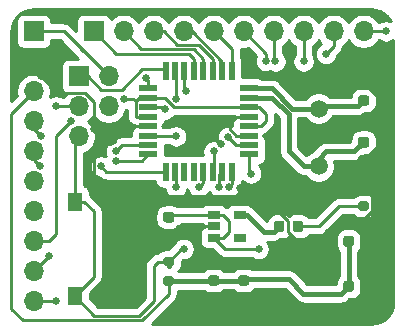
<source format=gbr>
%TF.GenerationSoftware,KiCad,Pcbnew,(5.1.9)-1*%
%TF.CreationDate,2021-04-29T17:29:05+08:00*%
%TF.ProjectId,arduino_pro_mini,61726475-696e-46f5-9f70-726f5f6d696e,rev?*%
%TF.SameCoordinates,Original*%
%TF.FileFunction,Copper,L1,Top*%
%TF.FilePolarity,Positive*%
%FSLAX46Y46*%
G04 Gerber Fmt 4.6, Leading zero omitted, Abs format (unit mm)*
G04 Created by KiCad (PCBNEW (5.1.9)-1) date 2021-04-29 17:29:05*
%MOMM*%
%LPD*%
G01*
G04 APERTURE LIST*
%TA.AperFunction,ComponentPad*%
%ADD10O,1.700000X1.700000*%
%TD*%
%TA.AperFunction,ComponentPad*%
%ADD11R,1.700000X1.700000*%
%TD*%
%TA.AperFunction,ComponentPad*%
%ADD12C,1.500000*%
%TD*%
%TA.AperFunction,SMDPad,CuDef*%
%ADD13R,0.550000X1.600000*%
%TD*%
%TA.AperFunction,SMDPad,CuDef*%
%ADD14R,1.600000X0.550000*%
%TD*%
%TA.AperFunction,SMDPad,CuDef*%
%ADD15R,1.060000X0.650000*%
%TD*%
%TA.AperFunction,SMDPad,CuDef*%
%ADD16R,1.300000X1.550000*%
%TD*%
%TA.AperFunction,ViaPad*%
%ADD17C,0.635000*%
%TD*%
%TA.AperFunction,Conductor*%
%ADD18C,0.381000*%
%TD*%
%TA.AperFunction,Conductor*%
%ADD19C,0.250000*%
%TD*%
%TA.AperFunction,Conductor*%
%ADD20C,0.254000*%
%TD*%
%TA.AperFunction,Conductor*%
%ADD21C,0.100000*%
%TD*%
G04 APERTURE END LIST*
D10*
%TO.P,J1,6*%
%TO.N,GND*%
X148590000Y-41910000D03*
%TO.P,J1,5*%
%TO.N,RESET*%
X146050000Y-41910000D03*
%TO.P,J1,4*%
%TO.N,MOSI*%
X148590000Y-39370000D03*
%TO.P,J1,3*%
%TO.N,SCK*%
X146050000Y-39370000D03*
%TO.P,J1,2*%
%TO.N,RAW*%
X148590000Y-36830000D03*
D11*
%TO.P,J1,1*%
%TO.N,MISO*%
X146050000Y-36830000D03*
%TD*%
D12*
%TO.P,Y1,2*%
%TO.N,Net-(C7-Pad2)*%
X166370000Y-39570000D03*
%TO.P,Y1,1*%
%TO.N,Net-(C6-Pad1)*%
X166370000Y-44450000D03*
%TD*%
D13*
%TO.P,U2,32*%
%TO.N,D2*%
X159010000Y-44890000D03*
%TO.P,U2,31*%
%TO.N,TX*%
X158210000Y-44890000D03*
%TO.P,U2,30*%
%TO.N,RX*%
X157410000Y-44890000D03*
%TO.P,U2,29*%
%TO.N,RESET*%
X156610000Y-44890000D03*
%TO.P,U2,28*%
%TO.N,Net-(U2-Pad28)*%
X155810000Y-44890000D03*
%TO.P,U2,27*%
%TO.N,Net-(U2-Pad27)*%
X155010000Y-44890000D03*
%TO.P,U2,26*%
%TO.N,A3*%
X154210000Y-44890000D03*
%TO.P,U2,25*%
%TO.N,A2*%
X153410000Y-44890000D03*
D14*
%TO.P,U2,24*%
%TO.N,A1*%
X151960000Y-43440000D03*
%TO.P,U2,23*%
%TO.N,A0*%
X151960000Y-42640000D03*
%TO.P,U2,22*%
%TO.N,A7*%
X151960000Y-41840000D03*
%TO.P,U2,21*%
%TO.N,GND*%
X151960000Y-41040000D03*
%TO.P,U2,20*%
%TO.N,VCC*%
X151960000Y-40240000D03*
%TO.P,U2,19*%
%TO.N,A6*%
X151960000Y-39440000D03*
%TO.P,U2,18*%
%TO.N,VCC*%
X151960000Y-38640000D03*
%TO.P,U2,17*%
%TO.N,SCK*%
X151960000Y-37840000D03*
D13*
%TO.P,U2,16*%
%TO.N,MISO*%
X153410000Y-36390000D03*
%TO.P,U2,15*%
%TO.N,MOSI*%
X154210000Y-36390000D03*
%TO.P,U2,14*%
%TO.N,D10*%
X155010000Y-36390000D03*
%TO.P,U2,13*%
%TO.N,D9*%
X155810000Y-36390000D03*
%TO.P,U2,12*%
%TO.N,D8*%
X156610000Y-36390000D03*
%TO.P,U2,11*%
%TO.N,D7*%
X157410000Y-36390000D03*
%TO.P,U2,10*%
%TO.N,D6*%
X158210000Y-36390000D03*
%TO.P,U2,9*%
%TO.N,D5*%
X159010000Y-36390000D03*
D14*
%TO.P,U2,8*%
%TO.N,Net-(C7-Pad2)*%
X160460000Y-37840000D03*
%TO.P,U2,7*%
%TO.N,Net-(C6-Pad1)*%
X160460000Y-38640000D03*
%TO.P,U2,6*%
%TO.N,VCC*%
X160460000Y-39440000D03*
%TO.P,U2,5*%
%TO.N,GND*%
X160460000Y-40240000D03*
%TO.P,U2,4*%
%TO.N,VCC*%
X160460000Y-41040000D03*
%TO.P,U2,3*%
%TO.N,GND*%
X160460000Y-41840000D03*
%TO.P,U2,2*%
%TO.N,D4*%
X160460000Y-42640000D03*
%TO.P,U2,1*%
%TO.N,D3*%
X160460000Y-43440000D03*
%TD*%
D15*
%TO.P,U1,5*%
%TO.N,Net-(D1-Pad2)*%
X159680000Y-48580000D03*
%TO.P,U1,4*%
%TO.N,Net-(U1-Pad4)*%
X159680000Y-50480000D03*
%TO.P,U1,3*%
%TO.N,RAW*%
X157480000Y-50480000D03*
%TO.P,U1,2*%
%TO.N,GND*%
X157480000Y-49530000D03*
%TO.P,U1,1*%
%TO.N,RAW*%
X157480000Y-48580000D03*
%TD*%
D16*
%TO.P,SW1,2*%
%TO.N,GND*%
X150205000Y-55415000D03*
%TO.P,SW1,1*%
%TO.N,RESET*%
X145705000Y-55415000D03*
X145705000Y-47455000D03*
%TO.P,SW1,2*%
%TO.N,GND*%
X150205000Y-47455000D03*
%TD*%
%TO.P,R2,2*%
%TO.N,RESET*%
%TA.AperFunction,SMDPad,CuDef*%
G36*
G01*
X153945000Y-52915000D02*
X153395000Y-52915000D01*
G75*
G02*
X153195000Y-52715000I0J200000D01*
G01*
X153195000Y-52315000D01*
G75*
G02*
X153395000Y-52115000I200000J0D01*
G01*
X153945000Y-52115000D01*
G75*
G02*
X154145000Y-52315000I0J-200000D01*
G01*
X154145000Y-52715000D01*
G75*
G02*
X153945000Y-52915000I-200000J0D01*
G01*
G37*
%TD.AperFunction*%
%TO.P,R2,1*%
%TO.N,VCC*%
%TA.AperFunction,SMDPad,CuDef*%
G36*
G01*
X153945000Y-54565000D02*
X153395000Y-54565000D01*
G75*
G02*
X153195000Y-54365000I0J200000D01*
G01*
X153195000Y-53965000D01*
G75*
G02*
X153395000Y-53765000I200000J0D01*
G01*
X153945000Y-53765000D01*
G75*
G02*
X154145000Y-53965000I0J-200000D01*
G01*
X154145000Y-54365000D01*
G75*
G02*
X153945000Y-54565000I-200000J0D01*
G01*
G37*
%TD.AperFunction*%
%TD*%
%TO.P,R1,2*%
%TO.N,GND*%
%TA.AperFunction,SMDPad,CuDef*%
G36*
G01*
X170455000Y-46565000D02*
X169905000Y-46565000D01*
G75*
G02*
X169705000Y-46365000I0J200000D01*
G01*
X169705000Y-45965000D01*
G75*
G02*
X169905000Y-45765000I200000J0D01*
G01*
X170455000Y-45765000D01*
G75*
G02*
X170655000Y-45965000I0J-200000D01*
G01*
X170655000Y-46365000D01*
G75*
G02*
X170455000Y-46565000I-200000J0D01*
G01*
G37*
%TD.AperFunction*%
%TO.P,R1,1*%
%TO.N,Net-(D1-Pad1)*%
%TA.AperFunction,SMDPad,CuDef*%
G36*
G01*
X170455000Y-48215000D02*
X169905000Y-48215000D01*
G75*
G02*
X169705000Y-48015000I0J200000D01*
G01*
X169705000Y-47615000D01*
G75*
G02*
X169905000Y-47415000I200000J0D01*
G01*
X170455000Y-47415000D01*
G75*
G02*
X170655000Y-47615000I0J-200000D01*
G01*
X170655000Y-48015000D01*
G75*
G02*
X170455000Y-48215000I-200000J0D01*
G01*
G37*
%TD.AperFunction*%
%TD*%
D10*
%TO.P,J3,10*%
%TO.N,D10*%
X142240000Y-55880000D03*
%TO.P,J3,9*%
%TO.N,A7*%
X142240000Y-53340000D03*
%TO.P,J3,8*%
%TO.N,A6*%
X142240000Y-50800000D03*
%TO.P,J3,7*%
%TO.N,A3*%
X142240000Y-48260000D03*
%TO.P,J3,6*%
%TO.N,A2*%
X142240000Y-45720000D03*
%TO.P,J3,5*%
%TO.N,A1*%
X142240000Y-43180000D03*
%TO.P,J3,4*%
%TO.N,A0*%
X142240000Y-40640000D03*
%TO.P,J3,3*%
%TO.N,VCC*%
X142240000Y-38100000D03*
%TO.P,J3,2*%
%TO.N,GND*%
X142240000Y-35560000D03*
D11*
%TO.P,J3,1*%
%TO.N,RAW*%
X142240000Y-33020000D03*
%TD*%
D10*
%TO.P,J2,10*%
%TO.N,TX*%
X170180000Y-33020000D03*
%TO.P,J2,9*%
%TO.N,RX*%
X167640000Y-33020000D03*
%TO.P,J2,8*%
%TO.N,D2*%
X165100000Y-33020000D03*
%TO.P,J2,7*%
%TO.N,D3*%
X162560000Y-33020000D03*
%TO.P,J2,6*%
%TO.N,D4*%
X160020000Y-33020000D03*
%TO.P,J2,5*%
%TO.N,D5*%
X157480000Y-33020000D03*
%TO.P,J2,4*%
%TO.N,D6*%
X154940000Y-33020000D03*
%TO.P,J2,3*%
%TO.N,D7*%
X152400000Y-33020000D03*
%TO.P,J2,2*%
%TO.N,D8*%
X149860000Y-33020000D03*
D11*
%TO.P,J2,1*%
%TO.N,D9*%
X147320000Y-33020000D03*
%TD*%
%TO.P,D1,2*%
%TO.N,Net-(D1-Pad2)*%
%TA.AperFunction,SMDPad,CuDef*%
G36*
G01*
X163480000Y-49273750D02*
X163480000Y-49786250D01*
G75*
G02*
X163261250Y-50005000I-218750J0D01*
G01*
X162823750Y-50005000D01*
G75*
G02*
X162605000Y-49786250I0J218750D01*
G01*
X162605000Y-49273750D01*
G75*
G02*
X162823750Y-49055000I218750J0D01*
G01*
X163261250Y-49055000D01*
G75*
G02*
X163480000Y-49273750I0J-218750D01*
G01*
G37*
%TD.AperFunction*%
%TO.P,D1,1*%
%TO.N,Net-(D1-Pad1)*%
%TA.AperFunction,SMDPad,CuDef*%
G36*
G01*
X165055000Y-49273750D02*
X165055000Y-49786250D01*
G75*
G02*
X164836250Y-50005000I-218750J0D01*
G01*
X164398750Y-50005000D01*
G75*
G02*
X164180000Y-49786250I0J218750D01*
G01*
X164180000Y-49273750D01*
G75*
G02*
X164398750Y-49055000I218750J0D01*
G01*
X164836250Y-49055000D01*
G75*
G02*
X165055000Y-49273750I0J-218750D01*
G01*
G37*
%TD.AperFunction*%
%TD*%
%TO.P,C7,2*%
%TO.N,Net-(C7-Pad2)*%
%TA.AperFunction,SMDPad,CuDef*%
G36*
G01*
X169930000Y-38425000D02*
X170430000Y-38425000D01*
G75*
G02*
X170655000Y-38650000I0J-225000D01*
G01*
X170655000Y-39100000D01*
G75*
G02*
X170430000Y-39325000I-225000J0D01*
G01*
X169930000Y-39325000D01*
G75*
G02*
X169705000Y-39100000I0J225000D01*
G01*
X169705000Y-38650000D01*
G75*
G02*
X169930000Y-38425000I225000J0D01*
G01*
G37*
%TD.AperFunction*%
%TO.P,C7,1*%
%TO.N,GND*%
%TA.AperFunction,SMDPad,CuDef*%
G36*
G01*
X169930000Y-36875000D02*
X170430000Y-36875000D01*
G75*
G02*
X170655000Y-37100000I0J-225000D01*
G01*
X170655000Y-37550000D01*
G75*
G02*
X170430000Y-37775000I-225000J0D01*
G01*
X169930000Y-37775000D01*
G75*
G02*
X169705000Y-37550000I0J225000D01*
G01*
X169705000Y-37100000D01*
G75*
G02*
X169930000Y-36875000I225000J0D01*
G01*
G37*
%TD.AperFunction*%
%TD*%
%TO.P,C6,2*%
%TO.N,GND*%
%TA.AperFunction,SMDPad,CuDef*%
G36*
G01*
X169930000Y-43505000D02*
X170430000Y-43505000D01*
G75*
G02*
X170655000Y-43730000I0J-225000D01*
G01*
X170655000Y-44180000D01*
G75*
G02*
X170430000Y-44405000I-225000J0D01*
G01*
X169930000Y-44405000D01*
G75*
G02*
X169705000Y-44180000I0J225000D01*
G01*
X169705000Y-43730000D01*
G75*
G02*
X169930000Y-43505000I225000J0D01*
G01*
G37*
%TD.AperFunction*%
%TO.P,C6,1*%
%TO.N,Net-(C6-Pad1)*%
%TA.AperFunction,SMDPad,CuDef*%
G36*
G01*
X169930000Y-41955000D02*
X170430000Y-41955000D01*
G75*
G02*
X170655000Y-42180000I0J-225000D01*
G01*
X170655000Y-42630000D01*
G75*
G02*
X170430000Y-42855000I-225000J0D01*
G01*
X169930000Y-42855000D01*
G75*
G02*
X169705000Y-42630000I0J225000D01*
G01*
X169705000Y-42180000D01*
G75*
G02*
X169930000Y-41955000I225000J0D01*
G01*
G37*
%TD.AperFunction*%
%TD*%
%TO.P,C5,2*%
%TO.N,VCC*%
%TA.AperFunction,SMDPad,CuDef*%
G36*
G01*
X159770000Y-53665000D02*
X160270000Y-53665000D01*
G75*
G02*
X160495000Y-53890000I0J-225000D01*
G01*
X160495000Y-54340000D01*
G75*
G02*
X160270000Y-54565000I-225000J0D01*
G01*
X159770000Y-54565000D01*
G75*
G02*
X159545000Y-54340000I0J225000D01*
G01*
X159545000Y-53890000D01*
G75*
G02*
X159770000Y-53665000I225000J0D01*
G01*
G37*
%TD.AperFunction*%
%TO.P,C5,1*%
%TO.N,GND*%
%TA.AperFunction,SMDPad,CuDef*%
G36*
G01*
X159770000Y-52115000D02*
X160270000Y-52115000D01*
G75*
G02*
X160495000Y-52340000I0J-225000D01*
G01*
X160495000Y-52790000D01*
G75*
G02*
X160270000Y-53015000I-225000J0D01*
G01*
X159770000Y-53015000D01*
G75*
G02*
X159545000Y-52790000I0J225000D01*
G01*
X159545000Y-52340000D01*
G75*
G02*
X159770000Y-52115000I225000J0D01*
G01*
G37*
%TD.AperFunction*%
%TD*%
%TO.P,C4,2*%
%TO.N,VCC*%
%TA.AperFunction,SMDPad,CuDef*%
G36*
G01*
X157230000Y-53665000D02*
X157730000Y-53665000D01*
G75*
G02*
X157955000Y-53890000I0J-225000D01*
G01*
X157955000Y-54340000D01*
G75*
G02*
X157730000Y-54565000I-225000J0D01*
G01*
X157230000Y-54565000D01*
G75*
G02*
X157005000Y-54340000I0J225000D01*
G01*
X157005000Y-53890000D01*
G75*
G02*
X157230000Y-53665000I225000J0D01*
G01*
G37*
%TD.AperFunction*%
%TO.P,C4,1*%
%TO.N,GND*%
%TA.AperFunction,SMDPad,CuDef*%
G36*
G01*
X157230000Y-52115000D02*
X157730000Y-52115000D01*
G75*
G02*
X157955000Y-52340000I0J-225000D01*
G01*
X157955000Y-52790000D01*
G75*
G02*
X157730000Y-53015000I-225000J0D01*
G01*
X157230000Y-53015000D01*
G75*
G02*
X157005000Y-52790000I0J225000D01*
G01*
X157005000Y-52340000D01*
G75*
G02*
X157230000Y-52115000I225000J0D01*
G01*
G37*
%TD.AperFunction*%
%TD*%
%TO.P,C3,2*%
%TO.N,GND*%
%TA.AperFunction,SMDPad,CuDef*%
G36*
G01*
X170010000Y-54860000D02*
X170010000Y-54360000D01*
G75*
G02*
X170235000Y-54135000I225000J0D01*
G01*
X170685000Y-54135000D01*
G75*
G02*
X170910000Y-54360000I0J-225000D01*
G01*
X170910000Y-54860000D01*
G75*
G02*
X170685000Y-55085000I-225000J0D01*
G01*
X170235000Y-55085000D01*
G75*
G02*
X170010000Y-54860000I0J225000D01*
G01*
G37*
%TD.AperFunction*%
%TO.P,C3,1*%
%TO.N,VCC*%
%TA.AperFunction,SMDPad,CuDef*%
G36*
G01*
X168460000Y-54860000D02*
X168460000Y-54360000D01*
G75*
G02*
X168685000Y-54135000I225000J0D01*
G01*
X169135000Y-54135000D01*
G75*
G02*
X169360000Y-54360000I0J-225000D01*
G01*
X169360000Y-54860000D01*
G75*
G02*
X169135000Y-55085000I-225000J0D01*
G01*
X168685000Y-55085000D01*
G75*
G02*
X168460000Y-54860000I0J225000D01*
G01*
G37*
%TD.AperFunction*%
%TD*%
%TO.P,C2,2*%
%TO.N,GND*%
%TA.AperFunction,SMDPad,CuDef*%
G36*
G01*
X170010000Y-51050000D02*
X170010000Y-50550000D01*
G75*
G02*
X170235000Y-50325000I225000J0D01*
G01*
X170685000Y-50325000D01*
G75*
G02*
X170910000Y-50550000I0J-225000D01*
G01*
X170910000Y-51050000D01*
G75*
G02*
X170685000Y-51275000I-225000J0D01*
G01*
X170235000Y-51275000D01*
G75*
G02*
X170010000Y-51050000I0J225000D01*
G01*
G37*
%TD.AperFunction*%
%TO.P,C2,1*%
%TO.N,VCC*%
%TA.AperFunction,SMDPad,CuDef*%
G36*
G01*
X168460000Y-51050000D02*
X168460000Y-50550000D01*
G75*
G02*
X168685000Y-50325000I225000J0D01*
G01*
X169135000Y-50325000D01*
G75*
G02*
X169360000Y-50550000I0J-225000D01*
G01*
X169360000Y-51050000D01*
G75*
G02*
X169135000Y-51275000I-225000J0D01*
G01*
X168685000Y-51275000D01*
G75*
G02*
X168460000Y-51050000I0J225000D01*
G01*
G37*
%TD.AperFunction*%
%TD*%
%TO.P,C1,2*%
%TO.N,GND*%
%TA.AperFunction,SMDPad,CuDef*%
G36*
G01*
X153420000Y-49855000D02*
X153920000Y-49855000D01*
G75*
G02*
X154145000Y-50080000I0J-225000D01*
G01*
X154145000Y-50530000D01*
G75*
G02*
X153920000Y-50755000I-225000J0D01*
G01*
X153420000Y-50755000D01*
G75*
G02*
X153195000Y-50530000I0J225000D01*
G01*
X153195000Y-50080000D01*
G75*
G02*
X153420000Y-49855000I225000J0D01*
G01*
G37*
%TD.AperFunction*%
%TO.P,C1,1*%
%TO.N,RAW*%
%TA.AperFunction,SMDPad,CuDef*%
G36*
G01*
X153420000Y-48305000D02*
X153920000Y-48305000D01*
G75*
G02*
X154145000Y-48530000I0J-225000D01*
G01*
X154145000Y-48980000D01*
G75*
G02*
X153920000Y-49205000I-225000J0D01*
G01*
X153420000Y-49205000D01*
G75*
G02*
X153195000Y-48980000I0J225000D01*
G01*
X153195000Y-48530000D01*
G75*
G02*
X153420000Y-48305000I225000J0D01*
G01*
G37*
%TD.AperFunction*%
%TD*%
D17*
%TO.N,GND*%
X160655000Y-57150000D03*
X155575000Y-57150000D03*
X171450000Y-56515000D03*
X172085000Y-51435000D03*
X144780000Y-31750000D03*
X166370000Y-57150000D03*
X158115000Y-42545000D03*
X142875000Y-36830000D03*
X147320000Y-41275000D03*
X159703067Y-46240788D03*
%TO.N,RAW*%
X161290000Y-51435000D03*
%TO.N,VCC*%
X149860000Y-38735000D03*
%TO.N,RESET*%
X156210000Y-46227640D03*
X154940000Y-51435000D03*
%TO.N,MOSI*%
X154305000Y-38735000D03*
%TO.N,SCK*%
X144145000Y-39370000D03*
X151790171Y-37007567D03*
%TO.N,TX*%
X172085000Y-33020000D03*
X157966367Y-46201447D03*
%TO.N,RX*%
X157480000Y-43180000D03*
X167004994Y-34925000D03*
%TO.N,D2*%
X165100000Y-35560000D03*
X158750791Y-46227640D03*
%TO.N,D3*%
X162709863Y-35560000D03*
X160653667Y-45061278D03*
%TO.N,D4*%
X161898562Y-35533563D03*
X158696131Y-41963869D03*
%TO.N,D10*%
X144145000Y-55880000D03*
X155136656Y-38081931D03*
%TO.N,A7*%
X143510000Y-52070000D03*
X154305000Y-41910000D03*
%TO.N,A6*%
X145415000Y-40640000D03*
X153387115Y-39625296D03*
%TO.N,A3*%
X154305000Y-46227640D03*
%TO.N,A2*%
X147955000Y-44450000D03*
%TO.N,A1*%
X142772501Y-44450000D03*
X149225000Y-43964863D03*
%TO.N,A0*%
X142875000Y-41910000D03*
X149225000Y-43180000D03*
%TD*%
D18*
%TO.N,GND*%
X170180000Y-37325000D02*
X171450000Y-38595000D01*
X171450000Y-42685000D02*
X170180000Y-43955000D01*
X171450000Y-38595000D02*
X171450000Y-42685000D01*
X170180000Y-43955000D02*
X170180000Y-46165000D01*
X170995370Y-50264630D02*
X170460000Y-50800000D01*
X170995370Y-46505370D02*
X170995370Y-50264630D01*
X170655000Y-46165000D02*
X170995370Y-46505370D01*
X170180000Y-46165000D02*
X170655000Y-46165000D01*
X170460000Y-50800000D02*
X170460000Y-54610000D01*
X157480000Y-52565000D02*
X160020000Y-52565000D01*
X150840000Y-46820000D02*
X150960000Y-46820000D01*
X153670000Y-50029556D02*
X153670000Y-50305000D01*
D19*
X157480000Y-49530000D02*
X156700000Y-49530000D01*
X154445000Y-49530000D02*
X153670000Y-50305000D01*
X149460000Y-41040000D02*
X151960000Y-41040000D01*
X148590000Y-41910000D02*
X149460000Y-41040000D01*
X142240000Y-36195000D02*
X142875000Y-36830000D01*
X142240000Y-35560000D02*
X142240000Y-36195000D01*
X147320000Y-41275000D02*
X147320000Y-39370000D01*
X146589934Y-38245139D02*
X147320000Y-38975205D01*
X144290139Y-38245139D02*
X146589934Y-38245139D01*
X142875000Y-36830000D02*
X144290139Y-38245139D01*
X147320000Y-38975205D02*
X147320000Y-39370000D01*
X159850000Y-46387721D02*
X159703067Y-46240788D01*
X159850000Y-46820000D02*
X159850000Y-46387721D01*
X163754870Y-49069284D02*
X161632948Y-46947362D01*
X163754870Y-50034284D02*
X163754870Y-49069284D01*
X161632948Y-46947362D02*
X159977362Y-46947362D01*
X164520586Y-50800000D02*
X163754870Y-50034284D01*
X166370000Y-50800000D02*
X164520586Y-50800000D01*
X167640000Y-49530000D02*
X166370000Y-50800000D01*
X169611568Y-49530000D02*
X167640000Y-49530000D01*
X170929870Y-48211698D02*
X169611568Y-49530000D01*
X159977362Y-46947362D02*
X159850000Y-46820000D01*
X170929870Y-44704870D02*
X170929870Y-48211698D01*
X170180000Y-43955000D02*
X170929870Y-44704870D01*
X150205000Y-55415000D02*
X150205000Y-53770000D01*
X150205000Y-53770000D02*
X153670000Y-50305000D01*
X156210000Y-51295000D02*
X157480000Y-52565000D01*
X156210000Y-49530000D02*
X154445000Y-49530000D01*
X156700000Y-49530000D02*
X156210000Y-49530000D01*
X156210000Y-50020000D02*
X156210000Y-50165000D01*
X156210000Y-50165000D02*
X156210000Y-51295000D01*
X156210000Y-50165000D02*
X156210000Y-49530000D01*
X151905000Y-50305000D02*
X150205000Y-48605000D01*
X150205000Y-48605000D02*
X150205000Y-47455000D01*
X153670000Y-50305000D02*
X151905000Y-50305000D01*
X159410000Y-41840000D02*
X158845000Y-41275000D01*
X160460000Y-41840000D02*
X159410000Y-41840000D01*
X159410000Y-40240000D02*
X160460000Y-40240000D01*
X158845000Y-40805000D02*
X159410000Y-40240000D01*
X158845000Y-41275000D02*
X158845000Y-40805000D01*
X157797501Y-40957499D02*
X157797501Y-42227501D01*
X157797501Y-42227501D02*
X158115000Y-42545000D01*
X157950000Y-40805000D02*
X157797501Y-40957499D01*
X158845000Y-40805000D02*
X157950000Y-40805000D01*
X147320000Y-43180000D02*
X148590000Y-41910000D01*
X147320000Y-45720000D02*
X147320000Y-43180000D01*
X147955000Y-46355000D02*
X147320000Y-45720000D01*
X150375000Y-46355000D02*
X147955000Y-46355000D01*
X150840000Y-46820000D02*
X150375000Y-46355000D01*
X151010000Y-46990000D02*
X150840000Y-46820000D01*
X159680000Y-46990000D02*
X151010000Y-46990000D01*
X159850000Y-46820000D02*
X159680000Y-46990000D01*
%TO.N,RAW*%
X153845000Y-48580000D02*
X153670000Y-48755000D01*
X157480000Y-48580000D02*
X153845000Y-48580000D01*
X144780000Y-33020000D02*
X142240000Y-33020000D01*
X148590000Y-36830000D02*
X144780000Y-33020000D01*
X148590000Y-36830000D02*
X146195139Y-34435139D01*
X157480000Y-50480000D02*
X157795000Y-50480000D01*
X158435000Y-51435000D02*
X161290000Y-51435000D01*
X157480000Y-50480000D02*
X158435000Y-51435000D01*
X158260000Y-48580000D02*
X157480000Y-48580000D01*
X158750000Y-49070000D02*
X158260000Y-48580000D01*
X158750000Y-49990000D02*
X158750000Y-49070000D01*
X158260000Y-50480000D02*
X158750000Y-49990000D01*
X157480000Y-50480000D02*
X158260000Y-50480000D01*
D18*
%TO.N,VCC*%
X168910000Y-50800000D02*
X168910000Y-54610000D01*
X160145000Y-53990000D02*
X160020000Y-54115000D01*
X163830000Y-53990000D02*
X160145000Y-53990000D01*
X157480000Y-54115000D02*
X160020000Y-54115000D01*
X157430000Y-54165000D02*
X157480000Y-54115000D01*
X153670000Y-54165000D02*
X157430000Y-54165000D01*
D19*
X151960000Y-40240000D02*
X151365000Y-40240000D01*
X151190250Y-38640000D02*
X151960000Y-38640000D01*
X150885139Y-38945111D02*
X151190250Y-38640000D01*
X150885139Y-40215139D02*
X150885139Y-38945111D01*
X150910000Y-40240000D02*
X150885139Y-40215139D01*
X151960000Y-40240000D02*
X150910000Y-40240000D01*
X150675028Y-38735000D02*
X150885139Y-38945111D01*
X149860000Y-38735000D02*
X150675028Y-38735000D01*
X154133303Y-39440000D02*
X153333303Y-38640000D01*
X160460000Y-39440000D02*
X154133303Y-39440000D01*
X153333303Y-38640000D02*
X151960000Y-38640000D01*
X153670000Y-55245000D02*
X153670000Y-54165000D01*
X151429870Y-57485130D02*
X153670000Y-55245000D01*
X141305130Y-57485130D02*
X151429870Y-57485130D01*
X140335000Y-56515000D02*
X141305130Y-57485130D01*
X140335000Y-40005000D02*
X140335000Y-56515000D01*
X142240000Y-38100000D02*
X140335000Y-40005000D01*
D18*
X165085000Y-55245000D02*
X163830000Y-53990000D01*
X168275000Y-55245000D02*
X165085000Y-55245000D01*
X168910000Y-54610000D02*
X168275000Y-55245000D01*
D19*
X161510000Y-41040000D02*
X160460000Y-41040000D01*
X161925000Y-40625000D02*
X161510000Y-41040000D01*
X161925000Y-40028133D02*
X161925000Y-40625000D01*
X161336867Y-39440000D02*
X161925000Y-40028133D01*
X160460000Y-39440000D02*
X161336867Y-39440000D01*
D18*
%TO.N,Net-(C6-Pad1)*%
X166370000Y-43815000D02*
X166370000Y-44450000D01*
X167005000Y-43180000D02*
X166370000Y-43815000D01*
X169405000Y-43180000D02*
X167005000Y-43180000D01*
X170180000Y-42405000D02*
X169405000Y-43180000D01*
X165100000Y-44450000D02*
X166370000Y-44450000D01*
X163830000Y-43180000D02*
X165100000Y-44450000D01*
X163830000Y-40005000D02*
X163830000Y-43180000D01*
X160460000Y-38640000D02*
X162465000Y-38640000D01*
X162465000Y-38640000D02*
X163830000Y-40005000D01*
%TO.N,Net-(C7-Pad2)*%
X169685000Y-39370000D02*
X170180000Y-38875000D01*
X166570000Y-39370000D02*
X169685000Y-39370000D01*
X166370000Y-39570000D02*
X166570000Y-39370000D01*
X164145762Y-39570000D02*
X166370000Y-39570000D01*
X162415762Y-37840000D02*
X164145762Y-39570000D01*
X160460000Y-37840000D02*
X162415762Y-37840000D01*
%TO.N,Net-(D1-Pad2)*%
X162560000Y-50012500D02*
X163042500Y-49530000D01*
X162560000Y-50012500D02*
X161772500Y-50012500D01*
X160340000Y-48580000D02*
X159680000Y-48580000D01*
X161772500Y-50012500D02*
X160340000Y-48580000D01*
D19*
%TO.N,Net-(D1-Pad1)*%
X164617500Y-49530000D02*
X166370000Y-49530000D01*
X168085000Y-47815000D02*
X170180000Y-47815000D01*
X166370000Y-49530000D02*
X168085000Y-47815000D01*
%TO.N,RESET*%
X156610000Y-45827640D02*
X156210000Y-46227640D01*
X156610000Y-44890000D02*
X156610000Y-45827640D01*
X154750000Y-51435000D02*
X153670000Y-52515000D01*
X154940000Y-51435000D02*
X154750000Y-51435000D01*
D18*
X153670000Y-52515000D02*
X153670000Y-52925802D01*
D19*
X145705000Y-42255000D02*
X146050000Y-41910000D01*
X145705000Y-47455000D02*
X145705000Y-42255000D01*
X152780000Y-52515000D02*
X153670000Y-52515000D01*
X152400000Y-55880000D02*
X152400000Y-52895000D01*
X147375259Y-57085259D02*
X151194741Y-57085259D01*
X145815009Y-55525009D02*
X147375259Y-57085259D01*
X151194741Y-57085259D02*
X152400000Y-55880000D01*
X145815009Y-55304991D02*
X145815009Y-55525009D01*
X147320000Y-48260000D02*
X147320000Y-53800000D01*
X146515000Y-47455000D02*
X147320000Y-48260000D01*
X152400000Y-52895000D02*
X152780000Y-52515000D01*
X147320000Y-53800000D02*
X145815009Y-55304991D01*
X145705000Y-47455000D02*
X146515000Y-47455000D01*
%TO.N,MOSI*%
X154210000Y-36390000D02*
X154305000Y-36485000D01*
X154305000Y-36485000D02*
X154305000Y-38735000D01*
%TO.N,SCK*%
X146050000Y-39370000D02*
X146497221Y-39370000D01*
X152142638Y-37657362D02*
X151960000Y-37840000D01*
X146050000Y-39370000D02*
X144145000Y-39370000D01*
X151960000Y-37840000D02*
X151960000Y-37177396D01*
X151960000Y-37177396D02*
X151790171Y-37007567D01*
%TO.N,MISO*%
X153215000Y-36195000D02*
X153410000Y-36390000D01*
X151447500Y-36195000D02*
X153215000Y-36195000D01*
X149687639Y-37954861D02*
X151447500Y-36195000D01*
X147955000Y-37954861D02*
X149687639Y-37954861D01*
X146830139Y-36830000D02*
X147955000Y-37954861D01*
X146050000Y-36830000D02*
X146830139Y-36830000D01*
%TO.N,TX*%
X170180000Y-33020000D02*
X172085000Y-33020000D01*
X157966367Y-45133633D02*
X157966367Y-46201447D01*
X158210000Y-44890000D02*
X157966367Y-45133633D01*
%TO.N,RX*%
X157480000Y-44820000D02*
X157410000Y-44890000D01*
X157480000Y-43180000D02*
X157480000Y-44820000D01*
X167640000Y-34289994D02*
X167004994Y-34925000D01*
X167640000Y-33020000D02*
X167640000Y-34289994D01*
%TO.N,D2*%
X165100000Y-33020000D02*
X165100000Y-35560000D01*
X159010000Y-45968431D02*
X159010000Y-44890000D01*
X158750791Y-46227640D02*
X159010000Y-45968431D01*
%TO.N,D3*%
X162560000Y-35410137D02*
X162709863Y-35560000D01*
X162560000Y-33020000D02*
X162560000Y-35410137D01*
X160460000Y-44867611D02*
X160653667Y-45061278D01*
X160460000Y-43440000D02*
X160460000Y-44867611D01*
%TO.N,D4*%
X161898562Y-34898562D02*
X161898562Y-35533563D01*
X160020000Y-33020000D02*
X161898562Y-34898562D01*
X160460000Y-42640000D02*
X159372262Y-42640000D01*
X159372262Y-42640000D02*
X158696131Y-41963869D01*
%TO.N,D5*%
X157679750Y-33020000D02*
X157480000Y-33020000D01*
X159010000Y-34550000D02*
X159010000Y-36390000D01*
X157480000Y-33020000D02*
X159010000Y-34550000D01*
%TO.N,D6*%
X158210000Y-35574499D02*
X158210000Y-36390000D01*
X155655501Y-33020000D02*
X158210000Y-35574499D01*
X154940000Y-33020000D02*
X155655501Y-33020000D01*
%TO.N,D7*%
X156214861Y-34144861D02*
X157410000Y-35340000D01*
X153275205Y-33020000D02*
X154400066Y-34144861D01*
X157410000Y-35340000D02*
X157410000Y-36390000D01*
X154400066Y-34144861D02*
X156214861Y-34144861D01*
X152400000Y-33020000D02*
X153275205Y-33020000D01*
%TO.N,D8*%
X154234435Y-34544732D02*
X155814732Y-34544732D01*
X154214832Y-34525129D02*
X154234435Y-34544732D01*
X151365129Y-34525129D02*
X154214832Y-34525129D01*
X156610000Y-35340000D02*
X156610000Y-36390000D01*
X149860000Y-33020000D02*
X151365129Y-34525129D01*
X155814732Y-34544732D02*
X156610000Y-35340000D01*
%TO.N,D9*%
X155810000Y-35340000D02*
X155810000Y-36390000D01*
X155414603Y-34944603D02*
X155810000Y-35340000D01*
X154068804Y-34944603D02*
X155414603Y-34944603D01*
X154049201Y-34925000D02*
X154068804Y-34944603D01*
X149225000Y-34925000D02*
X154049201Y-34925000D01*
X147320000Y-33020000D02*
X149225000Y-34925000D01*
%TO.N,D10*%
X142240000Y-55880000D02*
X144145000Y-55880000D01*
X155010000Y-36390000D02*
X155010000Y-37955275D01*
X155010000Y-37955275D02*
X155136656Y-38081931D01*
%TO.N,A7*%
X142240000Y-53340000D02*
X143510000Y-52070000D01*
X152030000Y-41910000D02*
X151960000Y-41840000D01*
X154305000Y-41910000D02*
X152030000Y-41910000D01*
%TO.N,A6*%
X151960000Y-39440000D02*
X153201819Y-39440000D01*
X153201819Y-39440000D02*
X153387115Y-39625296D01*
X144145000Y-41910000D02*
X145415000Y-40640000D01*
X144145000Y-50165000D02*
X144145000Y-41910000D01*
X143510000Y-50800000D02*
X144145000Y-50165000D01*
X142240000Y-50800000D02*
X143510000Y-50800000D01*
%TO.N,A3*%
X154305000Y-44985000D02*
X154210000Y-44890000D01*
X154305000Y-46227640D02*
X154305000Y-44985000D01*
%TO.N,A2*%
X148395000Y-44890000D02*
X153410000Y-44890000D01*
X147955000Y-44450000D02*
X148395000Y-44890000D01*
%TO.N,A1*%
X142240000Y-43917499D02*
X142772501Y-44450000D01*
X142240000Y-43180000D02*
X142240000Y-43917499D01*
X151435137Y-43964863D02*
X149225000Y-43964863D01*
X151960000Y-43440000D02*
X151435137Y-43964863D01*
%TO.N,A0*%
X142240000Y-41275000D02*
X142875000Y-41910000D01*
X142240000Y-40640000D02*
X142240000Y-41275000D01*
X149765000Y-42640000D02*
X151960000Y-42640000D01*
X149225000Y-43180000D02*
X149765000Y-42640000D01*
%TD*%
D20*
%TO.N,GND*%
X172695000Y-55847721D02*
X172656091Y-56244545D01*
X172550220Y-56595206D01*
X172378257Y-56918623D01*
X172146748Y-57202482D01*
X171864514Y-57435965D01*
X171542304Y-57610184D01*
X171192385Y-57718502D01*
X170797557Y-57760000D01*
X152229801Y-57760000D01*
X154181004Y-55808798D01*
X154210001Y-55785001D01*
X154304974Y-55669276D01*
X154375546Y-55537247D01*
X154419003Y-55393986D01*
X154430000Y-55282333D01*
X154430000Y-55282324D01*
X154433676Y-55245001D01*
X154430000Y-55207678D01*
X154430000Y-55045916D01*
X154497525Y-54990500D01*
X156668719Y-54990500D01*
X156750503Y-55057618D01*
X156899717Y-55137375D01*
X157061623Y-55186488D01*
X157230000Y-55203072D01*
X157730000Y-55203072D01*
X157898377Y-55186488D01*
X158060283Y-55137375D01*
X158209497Y-55057618D01*
X158340284Y-54950284D01*
X158348314Y-54940500D01*
X159151686Y-54940500D01*
X159159716Y-54950284D01*
X159290503Y-55057618D01*
X159439717Y-55137375D01*
X159601623Y-55186488D01*
X159770000Y-55203072D01*
X160270000Y-55203072D01*
X160438377Y-55186488D01*
X160600283Y-55137375D01*
X160749497Y-55057618D01*
X160880284Y-54950284D01*
X160987618Y-54819497D01*
X160989754Y-54815500D01*
X163488068Y-54815500D01*
X164472606Y-55800039D01*
X164498459Y-55831541D01*
X164560319Y-55882308D01*
X164624157Y-55934699D01*
X164697334Y-55973813D01*
X164767566Y-56011353D01*
X164923174Y-56058556D01*
X165044447Y-56070500D01*
X165044449Y-56070500D01*
X165084999Y-56074494D01*
X165125550Y-56070500D01*
X168234450Y-56070500D01*
X168275000Y-56074494D01*
X168315550Y-56070500D01*
X168315553Y-56070500D01*
X168436826Y-56058556D01*
X168592434Y-56011353D01*
X168735842Y-55934699D01*
X168861541Y-55831541D01*
X168887397Y-55800035D01*
X168964360Y-55723072D01*
X169135000Y-55723072D01*
X169303377Y-55706488D01*
X169465283Y-55657375D01*
X169614497Y-55577618D01*
X169745284Y-55470284D01*
X169852618Y-55339497D01*
X169932375Y-55190283D01*
X169981488Y-55028377D01*
X169998072Y-54860000D01*
X169998072Y-54360000D01*
X169981488Y-54191623D01*
X169932375Y-54029717D01*
X169852618Y-53880503D01*
X169745284Y-53749716D01*
X169735500Y-53741686D01*
X169735500Y-51668314D01*
X169745284Y-51660284D01*
X169852618Y-51529497D01*
X169932375Y-51380283D01*
X169981488Y-51218377D01*
X169998072Y-51050000D01*
X169998072Y-50550000D01*
X169981488Y-50381623D01*
X169932375Y-50219717D01*
X169852618Y-50070503D01*
X169745284Y-49939716D01*
X169614497Y-49832382D01*
X169465283Y-49752625D01*
X169303377Y-49703512D01*
X169135000Y-49686928D01*
X168685000Y-49686928D01*
X168516623Y-49703512D01*
X168354717Y-49752625D01*
X168205503Y-49832382D01*
X168074716Y-49939716D01*
X167967382Y-50070503D01*
X167887625Y-50219717D01*
X167838512Y-50381623D01*
X167821928Y-50550000D01*
X167821928Y-51050000D01*
X167838512Y-51218377D01*
X167887625Y-51380283D01*
X167967382Y-51529497D01*
X168074716Y-51660284D01*
X168084500Y-51668314D01*
X168084501Y-53741686D01*
X168074716Y-53749716D01*
X167967382Y-53880503D01*
X167887625Y-54029717D01*
X167838512Y-54191623D01*
X167821928Y-54360000D01*
X167821928Y-54419500D01*
X165426933Y-54419500D01*
X164442398Y-53434966D01*
X164416541Y-53403459D01*
X164290842Y-53300301D01*
X164147434Y-53223647D01*
X163991826Y-53176444D01*
X163870553Y-53164500D01*
X163870550Y-53164500D01*
X163830000Y-53160506D01*
X163789450Y-53164500D01*
X160734751Y-53164500D01*
X160600283Y-53092625D01*
X160438377Y-53043512D01*
X160270000Y-53026928D01*
X159770000Y-53026928D01*
X159601623Y-53043512D01*
X159439717Y-53092625D01*
X159290503Y-53172382D01*
X159159716Y-53279716D01*
X159151686Y-53289500D01*
X158348314Y-53289500D01*
X158340284Y-53279716D01*
X158209497Y-53172382D01*
X158060283Y-53092625D01*
X157898377Y-53043512D01*
X157730000Y-53026928D01*
X157230000Y-53026928D01*
X157061623Y-53043512D01*
X156899717Y-53092625D01*
X156750503Y-53172382D01*
X156619716Y-53279716D01*
X156570653Y-53339500D01*
X154498743Y-53339500D01*
X154537606Y-53307606D01*
X154641831Y-53180608D01*
X154719278Y-53035716D01*
X154766969Y-52878500D01*
X154783072Y-52715000D01*
X154783072Y-52476730D01*
X154872302Y-52387500D01*
X155033813Y-52387500D01*
X155217834Y-52350896D01*
X155391178Y-52279095D01*
X155547184Y-52174855D01*
X155679855Y-52042184D01*
X155784095Y-51886178D01*
X155855896Y-51712834D01*
X155892500Y-51528813D01*
X155892500Y-51341187D01*
X155855896Y-51157166D01*
X155784095Y-50983822D01*
X155679855Y-50827816D01*
X155547184Y-50695145D01*
X155391178Y-50590905D01*
X155217834Y-50519104D01*
X155033813Y-50482500D01*
X154846187Y-50482500D01*
X154662166Y-50519104D01*
X154488822Y-50590905D01*
X154332816Y-50695145D01*
X154200145Y-50827816D01*
X154095905Y-50983822D01*
X154074359Y-51035839D01*
X153633271Y-51476928D01*
X153395000Y-51476928D01*
X153231500Y-51493031D01*
X153074284Y-51540722D01*
X152929392Y-51618169D01*
X152802394Y-51722394D01*
X152778533Y-51751468D01*
X152742676Y-51755000D01*
X152742667Y-51755000D01*
X152631014Y-51765997D01*
X152487753Y-51809454D01*
X152355724Y-51880026D01*
X152239999Y-51974999D01*
X152216196Y-52004003D01*
X151888998Y-52331201D01*
X151860000Y-52354999D01*
X151836202Y-52383997D01*
X151836201Y-52383998D01*
X151765026Y-52470724D01*
X151694454Y-52602754D01*
X151650998Y-52746015D01*
X151636324Y-52895000D01*
X151640001Y-52932332D01*
X151640000Y-55565198D01*
X150879940Y-56325259D01*
X147690061Y-56325259D01*
X146993072Y-55628271D01*
X146993072Y-55201729D01*
X147831003Y-54363799D01*
X147860001Y-54340001D01*
X147954974Y-54224276D01*
X148025546Y-54092247D01*
X148069003Y-53948986D01*
X148080000Y-53837333D01*
X148080000Y-53837325D01*
X148083676Y-53800000D01*
X148080000Y-53762675D01*
X148080000Y-48530000D01*
X152556928Y-48530000D01*
X152556928Y-48980000D01*
X152573512Y-49148377D01*
X152622625Y-49310283D01*
X152702382Y-49459497D01*
X152809716Y-49590284D01*
X152940503Y-49697618D01*
X153089717Y-49777375D01*
X153251623Y-49826488D01*
X153420000Y-49843072D01*
X153920000Y-49843072D01*
X154088377Y-49826488D01*
X154250283Y-49777375D01*
X154399497Y-49697618D01*
X154530284Y-49590284D01*
X154637618Y-49459497D01*
X154701491Y-49340000D01*
X156485532Y-49340000D01*
X156498815Y-49356185D01*
X156595506Y-49435537D01*
X156705820Y-49494502D01*
X156822841Y-49530000D01*
X156705820Y-49565498D01*
X156595506Y-49624463D01*
X156498815Y-49703815D01*
X156419463Y-49800506D01*
X156360498Y-49910820D01*
X156324188Y-50030518D01*
X156311928Y-50155000D01*
X156311928Y-50805000D01*
X156324188Y-50929482D01*
X156360498Y-51049180D01*
X156419463Y-51159494D01*
X156498815Y-51256185D01*
X156595506Y-51335537D01*
X156705820Y-51394502D01*
X156825518Y-51430812D01*
X156950000Y-51443072D01*
X157368271Y-51443072D01*
X157871201Y-51946003D01*
X157894999Y-51975001D01*
X157923997Y-51998799D01*
X158010723Y-52069974D01*
X158125498Y-52131323D01*
X158142753Y-52140546D01*
X158286014Y-52184003D01*
X158397667Y-52195000D01*
X158397677Y-52195000D01*
X158435000Y-52198676D01*
X158472323Y-52195000D01*
X160712965Y-52195000D01*
X160838822Y-52279095D01*
X161012166Y-52350896D01*
X161196187Y-52387500D01*
X161383813Y-52387500D01*
X161567834Y-52350896D01*
X161741178Y-52279095D01*
X161897184Y-52174855D01*
X162029855Y-52042184D01*
X162134095Y-51886178D01*
X162205896Y-51712834D01*
X162242500Y-51528813D01*
X162242500Y-51341187D01*
X162205896Y-51157166D01*
X162134095Y-50983822D01*
X162036660Y-50838000D01*
X162519450Y-50838000D01*
X162560000Y-50841994D01*
X162600550Y-50838000D01*
X162600553Y-50838000D01*
X162721826Y-50826056D01*
X162877434Y-50778853D01*
X163020842Y-50702199D01*
X163092889Y-50643072D01*
X163261250Y-50643072D01*
X163428408Y-50626608D01*
X163589142Y-50577850D01*
X163737275Y-50498671D01*
X163830000Y-50422574D01*
X163922725Y-50498671D01*
X164070858Y-50577850D01*
X164231592Y-50626608D01*
X164398750Y-50643072D01*
X164836250Y-50643072D01*
X165003408Y-50626608D01*
X165164142Y-50577850D01*
X165312275Y-50498671D01*
X165442115Y-50392115D01*
X165525918Y-50290000D01*
X166332678Y-50290000D01*
X166370000Y-50293676D01*
X166407322Y-50290000D01*
X166407333Y-50290000D01*
X166518986Y-50279003D01*
X166662247Y-50235546D01*
X166794276Y-50164974D01*
X166910001Y-50070001D01*
X166933804Y-50040997D01*
X168399802Y-48575000D01*
X169285635Y-48575000D01*
X169312394Y-48607606D01*
X169439392Y-48711831D01*
X169584284Y-48789278D01*
X169741500Y-48836969D01*
X169905000Y-48853072D01*
X170455000Y-48853072D01*
X170618500Y-48836969D01*
X170775716Y-48789278D01*
X170920608Y-48711831D01*
X171047606Y-48607606D01*
X171151831Y-48480608D01*
X171229278Y-48335716D01*
X171276969Y-48178500D01*
X171293072Y-48015000D01*
X171293072Y-47615000D01*
X171276969Y-47451500D01*
X171229278Y-47294284D01*
X171151831Y-47149392D01*
X171047606Y-47022394D01*
X170920608Y-46918169D01*
X170775716Y-46840722D01*
X170618500Y-46793031D01*
X170455000Y-46776928D01*
X169905000Y-46776928D01*
X169741500Y-46793031D01*
X169584284Y-46840722D01*
X169439392Y-46918169D01*
X169312394Y-47022394D01*
X169285635Y-47055000D01*
X168122322Y-47055000D01*
X168084999Y-47051324D01*
X168047676Y-47055000D01*
X168047667Y-47055000D01*
X167936014Y-47065997D01*
X167792753Y-47109454D01*
X167660724Y-47180026D01*
X167544999Y-47274999D01*
X167521201Y-47303997D01*
X166055199Y-48770000D01*
X165525918Y-48770000D01*
X165442115Y-48667885D01*
X165312275Y-48561329D01*
X165164142Y-48482150D01*
X165003408Y-48433392D01*
X164836250Y-48416928D01*
X164398750Y-48416928D01*
X164231592Y-48433392D01*
X164070858Y-48482150D01*
X163922725Y-48561329D01*
X163830000Y-48637426D01*
X163737275Y-48561329D01*
X163589142Y-48482150D01*
X163428408Y-48433392D01*
X163261250Y-48416928D01*
X162823750Y-48416928D01*
X162656592Y-48433392D01*
X162495858Y-48482150D01*
X162347725Y-48561329D01*
X162217885Y-48667885D01*
X162111329Y-48797725D01*
X162032150Y-48945858D01*
X161995177Y-49067743D01*
X160952398Y-48024966D01*
X160926541Y-47993459D01*
X160800842Y-47890301D01*
X160678491Y-47824902D01*
X160661185Y-47803815D01*
X160564494Y-47724463D01*
X160454180Y-47665498D01*
X160334482Y-47629188D01*
X160210000Y-47616928D01*
X159150000Y-47616928D01*
X159025518Y-47629188D01*
X158905820Y-47665498D01*
X158795506Y-47724463D01*
X158698815Y-47803815D01*
X158619463Y-47900506D01*
X158615357Y-47908188D01*
X158552247Y-47874454D01*
X158508189Y-47861089D01*
X158461185Y-47803815D01*
X158364494Y-47724463D01*
X158254180Y-47665498D01*
X158134482Y-47629188D01*
X158010000Y-47616928D01*
X156950000Y-47616928D01*
X156825518Y-47629188D01*
X156705820Y-47665498D01*
X156595506Y-47724463D01*
X156498815Y-47803815D01*
X156485532Y-47820000D01*
X154408780Y-47820000D01*
X154399497Y-47812382D01*
X154250283Y-47732625D01*
X154088377Y-47683512D01*
X153920000Y-47666928D01*
X153420000Y-47666928D01*
X153251623Y-47683512D01*
X153089717Y-47732625D01*
X152940503Y-47812382D01*
X152809716Y-47919716D01*
X152702382Y-48050503D01*
X152622625Y-48199717D01*
X152573512Y-48361623D01*
X152556928Y-48530000D01*
X148080000Y-48530000D01*
X148080000Y-48297323D01*
X148083676Y-48260000D01*
X148080000Y-48222677D01*
X148080000Y-48222667D01*
X148069003Y-48111014D01*
X148025546Y-47967753D01*
X148013398Y-47945026D01*
X147954974Y-47835723D01*
X147883799Y-47748997D01*
X147860001Y-47719999D01*
X147831004Y-47696202D01*
X147078803Y-46944002D01*
X147055001Y-46914999D01*
X146993072Y-46864175D01*
X146993072Y-46680000D01*
X146980812Y-46555518D01*
X146944502Y-46435820D01*
X146885537Y-46325506D01*
X146806185Y-46228815D01*
X146709494Y-46149463D01*
X146599180Y-46090498D01*
X146479482Y-46054188D01*
X146465000Y-46052762D01*
X146465000Y-43341544D01*
X146483158Y-43337932D01*
X146753411Y-43225990D01*
X146996632Y-43063475D01*
X147203475Y-42856632D01*
X147365990Y-42613411D01*
X147477932Y-42343158D01*
X147535000Y-42056260D01*
X147535000Y-41763740D01*
X147477932Y-41476842D01*
X147365990Y-41206589D01*
X147203475Y-40963368D01*
X146996632Y-40756525D01*
X146822240Y-40640000D01*
X146996632Y-40523475D01*
X147203475Y-40316632D01*
X147320000Y-40142240D01*
X147436525Y-40316632D01*
X147643368Y-40523475D01*
X147886589Y-40685990D01*
X148156842Y-40797932D01*
X148443740Y-40855000D01*
X148736260Y-40855000D01*
X149023158Y-40797932D01*
X149293411Y-40685990D01*
X149536632Y-40523475D01*
X149743475Y-40316632D01*
X149905990Y-40073411D01*
X150017932Y-39803158D01*
X150044527Y-39669456D01*
X150125139Y-39653421D01*
X150125139Y-40177816D01*
X150121463Y-40215139D01*
X150125139Y-40252461D01*
X150125139Y-40252471D01*
X150136136Y-40364124D01*
X150166992Y-40465843D01*
X150179593Y-40507385D01*
X150250165Y-40639415D01*
X150288389Y-40685990D01*
X150345138Y-40755140D01*
X150358793Y-40766346D01*
X150369999Y-40780001D01*
X150485724Y-40874974D01*
X150617753Y-40945546D01*
X150722315Y-40977264D01*
X150798759Y-41040000D01*
X150708815Y-41113815D01*
X150629463Y-41210506D01*
X150570498Y-41320820D01*
X150534188Y-41440518D01*
X150521928Y-41565000D01*
X150521928Y-41880000D01*
X149802322Y-41880000D01*
X149764999Y-41876324D01*
X149727676Y-41880000D01*
X149727667Y-41880000D01*
X149616014Y-41890997D01*
X149472753Y-41934454D01*
X149340724Y-42005026D01*
X149224999Y-42099999D01*
X149201201Y-42128997D01*
X149095624Y-42234574D01*
X148947166Y-42264104D01*
X148773822Y-42335905D01*
X148617816Y-42440145D01*
X148485145Y-42572816D01*
X148380905Y-42728822D01*
X148309104Y-42902166D01*
X148272500Y-43086187D01*
X148272500Y-43273813D01*
X148309104Y-43457834D01*
X148356572Y-43572432D01*
X148352002Y-43583465D01*
X148232834Y-43534104D01*
X148048813Y-43497500D01*
X147861187Y-43497500D01*
X147677166Y-43534104D01*
X147503822Y-43605905D01*
X147347816Y-43710145D01*
X147215145Y-43842816D01*
X147110905Y-43998822D01*
X147039104Y-44172166D01*
X147002500Y-44356187D01*
X147002500Y-44543813D01*
X147039104Y-44727834D01*
X147110905Y-44901178D01*
X147215145Y-45057184D01*
X147347816Y-45189855D01*
X147503822Y-45294095D01*
X147677166Y-45365896D01*
X147825625Y-45395426D01*
X147831196Y-45400997D01*
X147854999Y-45430001D01*
X147922689Y-45485553D01*
X147970723Y-45524974D01*
X148061957Y-45573740D01*
X148102753Y-45595546D01*
X148246014Y-45639003D01*
X148357667Y-45650000D01*
X148357677Y-45650000D01*
X148395000Y-45653676D01*
X148432323Y-45650000D01*
X152496928Y-45650000D01*
X152496928Y-45690000D01*
X152509188Y-45814482D01*
X152545498Y-45934180D01*
X152604463Y-46044494D01*
X152683815Y-46141185D01*
X152780506Y-46220537D01*
X152890820Y-46279502D01*
X153010518Y-46315812D01*
X153135000Y-46328072D01*
X153353817Y-46328072D01*
X153389104Y-46505474D01*
X153460905Y-46678818D01*
X153565145Y-46834824D01*
X153697816Y-46967495D01*
X153853822Y-47071735D01*
X154027166Y-47143536D01*
X154211187Y-47180140D01*
X154398813Y-47180140D01*
X154582834Y-47143536D01*
X154756178Y-47071735D01*
X154912184Y-46967495D01*
X155044855Y-46834824D01*
X155149095Y-46678818D01*
X155220896Y-46505474D01*
X155256183Y-46328072D01*
X155258817Y-46328072D01*
X155294104Y-46505474D01*
X155365905Y-46678818D01*
X155470145Y-46834824D01*
X155602816Y-46967495D01*
X155758822Y-47071735D01*
X155932166Y-47143536D01*
X156116187Y-47180140D01*
X156303813Y-47180140D01*
X156487834Y-47143536D01*
X156661178Y-47071735D01*
X156817184Y-46967495D01*
X156949855Y-46834824D01*
X157054095Y-46678818D01*
X157093608Y-46583424D01*
X157122272Y-46652625D01*
X157226512Y-46808631D01*
X157359183Y-46941302D01*
X157515189Y-47045542D01*
X157688533Y-47117343D01*
X157872554Y-47153947D01*
X158060180Y-47153947D01*
X158244201Y-47117343D01*
X158326961Y-47083063D01*
X158472957Y-47143536D01*
X158656978Y-47180140D01*
X158844604Y-47180140D01*
X159028625Y-47143536D01*
X159201969Y-47071735D01*
X159357975Y-46967495D01*
X159490646Y-46834824D01*
X159594886Y-46678818D01*
X159666687Y-46505474D01*
X159703291Y-46321453D01*
X159703291Y-46283605D01*
X159715546Y-46260678D01*
X159759003Y-46117417D01*
X159759455Y-46112831D01*
X159815537Y-46044494D01*
X159874502Y-45934180D01*
X159910812Y-45814482D01*
X159923072Y-45690000D01*
X159923072Y-45677722D01*
X160046483Y-45801133D01*
X160202489Y-45905373D01*
X160375833Y-45977174D01*
X160559854Y-46013778D01*
X160747480Y-46013778D01*
X160931501Y-45977174D01*
X161104845Y-45905373D01*
X161260851Y-45801133D01*
X161393522Y-45668462D01*
X161497762Y-45512456D01*
X161569563Y-45339112D01*
X161606167Y-45155091D01*
X161606167Y-44967465D01*
X161569563Y-44783444D01*
X161497762Y-44610100D01*
X161393522Y-44454094D01*
X161289586Y-44350158D01*
X161384482Y-44340812D01*
X161504180Y-44304502D01*
X161614494Y-44245537D01*
X161711185Y-44166185D01*
X161790537Y-44069494D01*
X161849502Y-43959180D01*
X161885812Y-43839482D01*
X161898072Y-43715000D01*
X161898072Y-43165000D01*
X161885812Y-43040518D01*
X161885655Y-43040000D01*
X161885812Y-43039482D01*
X161898072Y-42915000D01*
X161898072Y-42365000D01*
X161885812Y-42240518D01*
X161849502Y-42120820D01*
X161790537Y-42010506D01*
X161711185Y-41913815D01*
X161621241Y-41840000D01*
X161697685Y-41777264D01*
X161802247Y-41745546D01*
X161934276Y-41674974D01*
X162050001Y-41580001D01*
X162073804Y-41550997D01*
X162435997Y-41188804D01*
X162465001Y-41165001D01*
X162559974Y-41049276D01*
X162630546Y-40917247D01*
X162674003Y-40773986D01*
X162685000Y-40662333D01*
X162688677Y-40625000D01*
X162685000Y-40587667D01*
X162685000Y-40065458D01*
X162688409Y-40030842D01*
X163004500Y-40346934D01*
X163004501Y-43139440D01*
X163000506Y-43180000D01*
X163016445Y-43341826D01*
X163063647Y-43497433D01*
X163140301Y-43640842D01*
X163197177Y-43710145D01*
X163243460Y-43766541D01*
X163274961Y-43792393D01*
X164487606Y-45005039D01*
X164513459Y-45036541D01*
X164564755Y-45078638D01*
X164639157Y-45139699D01*
X164676872Y-45159858D01*
X164782566Y-45216353D01*
X164938174Y-45263556D01*
X165059447Y-45275500D01*
X165059449Y-45275500D01*
X165099999Y-45279494D01*
X165140550Y-45275500D01*
X165255857Y-45275500D01*
X165294201Y-45332886D01*
X165487114Y-45525799D01*
X165713957Y-45677371D01*
X165966011Y-45781775D01*
X166233589Y-45835000D01*
X166506411Y-45835000D01*
X166773989Y-45781775D01*
X167026043Y-45677371D01*
X167252886Y-45525799D01*
X167445799Y-45332886D01*
X167597371Y-45106043D01*
X167701775Y-44853989D01*
X167755000Y-44586411D01*
X167755000Y-44313589D01*
X167701775Y-44046011D01*
X167684995Y-44005500D01*
X169364450Y-44005500D01*
X169405000Y-44009494D01*
X169445550Y-44005500D01*
X169445553Y-44005500D01*
X169566826Y-43993556D01*
X169722434Y-43946353D01*
X169865842Y-43869699D01*
X169991541Y-43766541D01*
X170017397Y-43735035D01*
X170259361Y-43493072D01*
X170430000Y-43493072D01*
X170598377Y-43476488D01*
X170760283Y-43427375D01*
X170909497Y-43347618D01*
X171040284Y-43240284D01*
X171147618Y-43109497D01*
X171227375Y-42960283D01*
X171276488Y-42798377D01*
X171293072Y-42630000D01*
X171293072Y-42180000D01*
X171276488Y-42011623D01*
X171227375Y-41849717D01*
X171147618Y-41700503D01*
X171040284Y-41569716D01*
X170909497Y-41462382D01*
X170760283Y-41382625D01*
X170598377Y-41333512D01*
X170430000Y-41316928D01*
X169930000Y-41316928D01*
X169761623Y-41333512D01*
X169599717Y-41382625D01*
X169450503Y-41462382D01*
X169319716Y-41569716D01*
X169212382Y-41700503D01*
X169132625Y-41849717D01*
X169083512Y-42011623D01*
X169066928Y-42180000D01*
X169066928Y-42350639D01*
X169063067Y-42354500D01*
X167045550Y-42354500D01*
X167005000Y-42350506D01*
X166964449Y-42354500D01*
X166964447Y-42354500D01*
X166843174Y-42366444D01*
X166687566Y-42413647D01*
X166544157Y-42490301D01*
X166449958Y-42567608D01*
X166449957Y-42567609D01*
X166418459Y-42593459D01*
X166392610Y-42624956D01*
X165852201Y-43165366D01*
X165713957Y-43222629D01*
X165487114Y-43374201D01*
X165339374Y-43521941D01*
X164655500Y-42838068D01*
X164655500Y-40395500D01*
X165255857Y-40395500D01*
X165294201Y-40452886D01*
X165487114Y-40645799D01*
X165713957Y-40797371D01*
X165966011Y-40901775D01*
X166233589Y-40955000D01*
X166506411Y-40955000D01*
X166773989Y-40901775D01*
X167026043Y-40797371D01*
X167252886Y-40645799D01*
X167445799Y-40452886D01*
X167597371Y-40226043D01*
X167610022Y-40195500D01*
X169644450Y-40195500D01*
X169685000Y-40199494D01*
X169725550Y-40195500D01*
X169725553Y-40195500D01*
X169846826Y-40183556D01*
X170002434Y-40136353D01*
X170145842Y-40059699D01*
X170263583Y-39963072D01*
X170430000Y-39963072D01*
X170598377Y-39946488D01*
X170760283Y-39897375D01*
X170909497Y-39817618D01*
X171040284Y-39710284D01*
X171147618Y-39579497D01*
X171227375Y-39430283D01*
X171276488Y-39268377D01*
X171293072Y-39100000D01*
X171293072Y-38650000D01*
X171276488Y-38481623D01*
X171227375Y-38319717D01*
X171147618Y-38170503D01*
X171040284Y-38039716D01*
X170909497Y-37932382D01*
X170760283Y-37852625D01*
X170598377Y-37803512D01*
X170430000Y-37786928D01*
X169930000Y-37786928D01*
X169761623Y-37803512D01*
X169599717Y-37852625D01*
X169450503Y-37932382D01*
X169319716Y-38039716D01*
X169212382Y-38170503D01*
X169132625Y-38319717D01*
X169083512Y-38481623D01*
X169077319Y-38544500D01*
X167303185Y-38544500D01*
X167252886Y-38494201D01*
X167026043Y-38342629D01*
X166773989Y-38238225D01*
X166506411Y-38185000D01*
X166233589Y-38185000D01*
X165966011Y-38238225D01*
X165713957Y-38342629D01*
X165487114Y-38494201D01*
X165294201Y-38687114D01*
X165255857Y-38744500D01*
X164487695Y-38744500D01*
X163028160Y-37284966D01*
X163002303Y-37253459D01*
X162876604Y-37150301D01*
X162733196Y-37073647D01*
X162577588Y-37026444D01*
X162456315Y-37014500D01*
X162456312Y-37014500D01*
X162415762Y-37010506D01*
X162375212Y-37014500D01*
X161577146Y-37014500D01*
X161504180Y-36975498D01*
X161384482Y-36939188D01*
X161260000Y-36926928D01*
X159923072Y-36926928D01*
X159923072Y-35590000D01*
X159910812Y-35465518D01*
X159874502Y-35345820D01*
X159815537Y-35235506D01*
X159770000Y-35180019D01*
X159770000Y-34587325D01*
X159773676Y-34550000D01*
X159770000Y-34512675D01*
X159770000Y-34512667D01*
X159767157Y-34483799D01*
X159873740Y-34505000D01*
X160166260Y-34505000D01*
X160386408Y-34461209D01*
X161040735Y-35115537D01*
X160982666Y-35255729D01*
X160946062Y-35439750D01*
X160946062Y-35627376D01*
X160982666Y-35811397D01*
X161054467Y-35984741D01*
X161158707Y-36140747D01*
X161291378Y-36273418D01*
X161447384Y-36377658D01*
X161620728Y-36449459D01*
X161804749Y-36486063D01*
X161992375Y-36486063D01*
X162176396Y-36449459D01*
X162272300Y-36409734D01*
X162432029Y-36475896D01*
X162616050Y-36512500D01*
X162803676Y-36512500D01*
X162987697Y-36475896D01*
X163161041Y-36404095D01*
X163317047Y-36299855D01*
X163449718Y-36167184D01*
X163553958Y-36011178D01*
X163625759Y-35837834D01*
X163662363Y-35653813D01*
X163662363Y-35466187D01*
X163625759Y-35282166D01*
X163553958Y-35108822D01*
X163449718Y-34952816D01*
X163320000Y-34823098D01*
X163320000Y-34298178D01*
X163506632Y-34173475D01*
X163713475Y-33966632D01*
X163830000Y-33792240D01*
X163946525Y-33966632D01*
X164153368Y-34173475D01*
X164340001Y-34298179D01*
X164340001Y-34982964D01*
X164255905Y-35108822D01*
X164184104Y-35282166D01*
X164147500Y-35466187D01*
X164147500Y-35653813D01*
X164184104Y-35837834D01*
X164255905Y-36011178D01*
X164360145Y-36167184D01*
X164492816Y-36299855D01*
X164648822Y-36404095D01*
X164822166Y-36475896D01*
X165006187Y-36512500D01*
X165193813Y-36512500D01*
X165377834Y-36475896D01*
X165551178Y-36404095D01*
X165707184Y-36299855D01*
X165839855Y-36167184D01*
X165944095Y-36011178D01*
X166015896Y-35837834D01*
X166052500Y-35653813D01*
X166052500Y-35466187D01*
X166015896Y-35282166D01*
X165944095Y-35108822D01*
X165860000Y-34982965D01*
X165860000Y-34298178D01*
X166046632Y-34173475D01*
X166253475Y-33966632D01*
X166370000Y-33792240D01*
X166486525Y-33966632D01*
X166587037Y-34067144D01*
X166553816Y-34080905D01*
X166397810Y-34185145D01*
X166265139Y-34317816D01*
X166160899Y-34473822D01*
X166089098Y-34647166D01*
X166052494Y-34831187D01*
X166052494Y-35018813D01*
X166089098Y-35202834D01*
X166160899Y-35376178D01*
X166265139Y-35532184D01*
X166397810Y-35664855D01*
X166553816Y-35769095D01*
X166727160Y-35840896D01*
X166911181Y-35877500D01*
X167098807Y-35877500D01*
X167282828Y-35840896D01*
X167456172Y-35769095D01*
X167612178Y-35664855D01*
X167744849Y-35532184D01*
X167849089Y-35376178D01*
X167920890Y-35202834D01*
X167950420Y-35054375D01*
X168151002Y-34853794D01*
X168180001Y-34829995D01*
X168224302Y-34776014D01*
X168274974Y-34714271D01*
X168345546Y-34582241D01*
X168362870Y-34525129D01*
X168389003Y-34438980D01*
X168400000Y-34327327D01*
X168400000Y-34327318D01*
X168403072Y-34296126D01*
X168586632Y-34173475D01*
X168793475Y-33966632D01*
X168910000Y-33792240D01*
X169026525Y-33966632D01*
X169233368Y-34173475D01*
X169476589Y-34335990D01*
X169746842Y-34447932D01*
X170033740Y-34505000D01*
X170326260Y-34505000D01*
X170613158Y-34447932D01*
X170883411Y-34335990D01*
X171126632Y-34173475D01*
X171333475Y-33966632D01*
X171458178Y-33780000D01*
X171507965Y-33780000D01*
X171633822Y-33864095D01*
X171807166Y-33935896D01*
X171991187Y-33972500D01*
X172178813Y-33972500D01*
X172362834Y-33935896D01*
X172536178Y-33864095D01*
X172692184Y-33759855D01*
X172695001Y-33757038D01*
X172695000Y-55847721D01*
%TA.AperFunction,Conductor*%
D21*
G36*
X172695000Y-55847721D02*
G01*
X172656091Y-56244545D01*
X172550220Y-56595206D01*
X172378257Y-56918623D01*
X172146748Y-57202482D01*
X171864514Y-57435965D01*
X171542304Y-57610184D01*
X171192385Y-57718502D01*
X170797557Y-57760000D01*
X152229801Y-57760000D01*
X154181004Y-55808798D01*
X154210001Y-55785001D01*
X154304974Y-55669276D01*
X154375546Y-55537247D01*
X154419003Y-55393986D01*
X154430000Y-55282333D01*
X154430000Y-55282324D01*
X154433676Y-55245001D01*
X154430000Y-55207678D01*
X154430000Y-55045916D01*
X154497525Y-54990500D01*
X156668719Y-54990500D01*
X156750503Y-55057618D01*
X156899717Y-55137375D01*
X157061623Y-55186488D01*
X157230000Y-55203072D01*
X157730000Y-55203072D01*
X157898377Y-55186488D01*
X158060283Y-55137375D01*
X158209497Y-55057618D01*
X158340284Y-54950284D01*
X158348314Y-54940500D01*
X159151686Y-54940500D01*
X159159716Y-54950284D01*
X159290503Y-55057618D01*
X159439717Y-55137375D01*
X159601623Y-55186488D01*
X159770000Y-55203072D01*
X160270000Y-55203072D01*
X160438377Y-55186488D01*
X160600283Y-55137375D01*
X160749497Y-55057618D01*
X160880284Y-54950284D01*
X160987618Y-54819497D01*
X160989754Y-54815500D01*
X163488068Y-54815500D01*
X164472606Y-55800039D01*
X164498459Y-55831541D01*
X164560319Y-55882308D01*
X164624157Y-55934699D01*
X164697334Y-55973813D01*
X164767566Y-56011353D01*
X164923174Y-56058556D01*
X165044447Y-56070500D01*
X165044449Y-56070500D01*
X165084999Y-56074494D01*
X165125550Y-56070500D01*
X168234450Y-56070500D01*
X168275000Y-56074494D01*
X168315550Y-56070500D01*
X168315553Y-56070500D01*
X168436826Y-56058556D01*
X168592434Y-56011353D01*
X168735842Y-55934699D01*
X168861541Y-55831541D01*
X168887397Y-55800035D01*
X168964360Y-55723072D01*
X169135000Y-55723072D01*
X169303377Y-55706488D01*
X169465283Y-55657375D01*
X169614497Y-55577618D01*
X169745284Y-55470284D01*
X169852618Y-55339497D01*
X169932375Y-55190283D01*
X169981488Y-55028377D01*
X169998072Y-54860000D01*
X169998072Y-54360000D01*
X169981488Y-54191623D01*
X169932375Y-54029717D01*
X169852618Y-53880503D01*
X169745284Y-53749716D01*
X169735500Y-53741686D01*
X169735500Y-51668314D01*
X169745284Y-51660284D01*
X169852618Y-51529497D01*
X169932375Y-51380283D01*
X169981488Y-51218377D01*
X169998072Y-51050000D01*
X169998072Y-50550000D01*
X169981488Y-50381623D01*
X169932375Y-50219717D01*
X169852618Y-50070503D01*
X169745284Y-49939716D01*
X169614497Y-49832382D01*
X169465283Y-49752625D01*
X169303377Y-49703512D01*
X169135000Y-49686928D01*
X168685000Y-49686928D01*
X168516623Y-49703512D01*
X168354717Y-49752625D01*
X168205503Y-49832382D01*
X168074716Y-49939716D01*
X167967382Y-50070503D01*
X167887625Y-50219717D01*
X167838512Y-50381623D01*
X167821928Y-50550000D01*
X167821928Y-51050000D01*
X167838512Y-51218377D01*
X167887625Y-51380283D01*
X167967382Y-51529497D01*
X168074716Y-51660284D01*
X168084500Y-51668314D01*
X168084501Y-53741686D01*
X168074716Y-53749716D01*
X167967382Y-53880503D01*
X167887625Y-54029717D01*
X167838512Y-54191623D01*
X167821928Y-54360000D01*
X167821928Y-54419500D01*
X165426933Y-54419500D01*
X164442398Y-53434966D01*
X164416541Y-53403459D01*
X164290842Y-53300301D01*
X164147434Y-53223647D01*
X163991826Y-53176444D01*
X163870553Y-53164500D01*
X163870550Y-53164500D01*
X163830000Y-53160506D01*
X163789450Y-53164500D01*
X160734751Y-53164500D01*
X160600283Y-53092625D01*
X160438377Y-53043512D01*
X160270000Y-53026928D01*
X159770000Y-53026928D01*
X159601623Y-53043512D01*
X159439717Y-53092625D01*
X159290503Y-53172382D01*
X159159716Y-53279716D01*
X159151686Y-53289500D01*
X158348314Y-53289500D01*
X158340284Y-53279716D01*
X158209497Y-53172382D01*
X158060283Y-53092625D01*
X157898377Y-53043512D01*
X157730000Y-53026928D01*
X157230000Y-53026928D01*
X157061623Y-53043512D01*
X156899717Y-53092625D01*
X156750503Y-53172382D01*
X156619716Y-53279716D01*
X156570653Y-53339500D01*
X154498743Y-53339500D01*
X154537606Y-53307606D01*
X154641831Y-53180608D01*
X154719278Y-53035716D01*
X154766969Y-52878500D01*
X154783072Y-52715000D01*
X154783072Y-52476730D01*
X154872302Y-52387500D01*
X155033813Y-52387500D01*
X155217834Y-52350896D01*
X155391178Y-52279095D01*
X155547184Y-52174855D01*
X155679855Y-52042184D01*
X155784095Y-51886178D01*
X155855896Y-51712834D01*
X155892500Y-51528813D01*
X155892500Y-51341187D01*
X155855896Y-51157166D01*
X155784095Y-50983822D01*
X155679855Y-50827816D01*
X155547184Y-50695145D01*
X155391178Y-50590905D01*
X155217834Y-50519104D01*
X155033813Y-50482500D01*
X154846187Y-50482500D01*
X154662166Y-50519104D01*
X154488822Y-50590905D01*
X154332816Y-50695145D01*
X154200145Y-50827816D01*
X154095905Y-50983822D01*
X154074359Y-51035839D01*
X153633271Y-51476928D01*
X153395000Y-51476928D01*
X153231500Y-51493031D01*
X153074284Y-51540722D01*
X152929392Y-51618169D01*
X152802394Y-51722394D01*
X152778533Y-51751468D01*
X152742676Y-51755000D01*
X152742667Y-51755000D01*
X152631014Y-51765997D01*
X152487753Y-51809454D01*
X152355724Y-51880026D01*
X152239999Y-51974999D01*
X152216196Y-52004003D01*
X151888998Y-52331201D01*
X151860000Y-52354999D01*
X151836202Y-52383997D01*
X151836201Y-52383998D01*
X151765026Y-52470724D01*
X151694454Y-52602754D01*
X151650998Y-52746015D01*
X151636324Y-52895000D01*
X151640001Y-52932332D01*
X151640000Y-55565198D01*
X150879940Y-56325259D01*
X147690061Y-56325259D01*
X146993072Y-55628271D01*
X146993072Y-55201729D01*
X147831003Y-54363799D01*
X147860001Y-54340001D01*
X147954974Y-54224276D01*
X148025546Y-54092247D01*
X148069003Y-53948986D01*
X148080000Y-53837333D01*
X148080000Y-53837325D01*
X148083676Y-53800000D01*
X148080000Y-53762675D01*
X148080000Y-48530000D01*
X152556928Y-48530000D01*
X152556928Y-48980000D01*
X152573512Y-49148377D01*
X152622625Y-49310283D01*
X152702382Y-49459497D01*
X152809716Y-49590284D01*
X152940503Y-49697618D01*
X153089717Y-49777375D01*
X153251623Y-49826488D01*
X153420000Y-49843072D01*
X153920000Y-49843072D01*
X154088377Y-49826488D01*
X154250283Y-49777375D01*
X154399497Y-49697618D01*
X154530284Y-49590284D01*
X154637618Y-49459497D01*
X154701491Y-49340000D01*
X156485532Y-49340000D01*
X156498815Y-49356185D01*
X156595506Y-49435537D01*
X156705820Y-49494502D01*
X156822841Y-49530000D01*
X156705820Y-49565498D01*
X156595506Y-49624463D01*
X156498815Y-49703815D01*
X156419463Y-49800506D01*
X156360498Y-49910820D01*
X156324188Y-50030518D01*
X156311928Y-50155000D01*
X156311928Y-50805000D01*
X156324188Y-50929482D01*
X156360498Y-51049180D01*
X156419463Y-51159494D01*
X156498815Y-51256185D01*
X156595506Y-51335537D01*
X156705820Y-51394502D01*
X156825518Y-51430812D01*
X156950000Y-51443072D01*
X157368271Y-51443072D01*
X157871201Y-51946003D01*
X157894999Y-51975001D01*
X157923997Y-51998799D01*
X158010723Y-52069974D01*
X158125498Y-52131323D01*
X158142753Y-52140546D01*
X158286014Y-52184003D01*
X158397667Y-52195000D01*
X158397677Y-52195000D01*
X158435000Y-52198676D01*
X158472323Y-52195000D01*
X160712965Y-52195000D01*
X160838822Y-52279095D01*
X161012166Y-52350896D01*
X161196187Y-52387500D01*
X161383813Y-52387500D01*
X161567834Y-52350896D01*
X161741178Y-52279095D01*
X161897184Y-52174855D01*
X162029855Y-52042184D01*
X162134095Y-51886178D01*
X162205896Y-51712834D01*
X162242500Y-51528813D01*
X162242500Y-51341187D01*
X162205896Y-51157166D01*
X162134095Y-50983822D01*
X162036660Y-50838000D01*
X162519450Y-50838000D01*
X162560000Y-50841994D01*
X162600550Y-50838000D01*
X162600553Y-50838000D01*
X162721826Y-50826056D01*
X162877434Y-50778853D01*
X163020842Y-50702199D01*
X163092889Y-50643072D01*
X163261250Y-50643072D01*
X163428408Y-50626608D01*
X163589142Y-50577850D01*
X163737275Y-50498671D01*
X163830000Y-50422574D01*
X163922725Y-50498671D01*
X164070858Y-50577850D01*
X164231592Y-50626608D01*
X164398750Y-50643072D01*
X164836250Y-50643072D01*
X165003408Y-50626608D01*
X165164142Y-50577850D01*
X165312275Y-50498671D01*
X165442115Y-50392115D01*
X165525918Y-50290000D01*
X166332678Y-50290000D01*
X166370000Y-50293676D01*
X166407322Y-50290000D01*
X166407333Y-50290000D01*
X166518986Y-50279003D01*
X166662247Y-50235546D01*
X166794276Y-50164974D01*
X166910001Y-50070001D01*
X166933804Y-50040997D01*
X168399802Y-48575000D01*
X169285635Y-48575000D01*
X169312394Y-48607606D01*
X169439392Y-48711831D01*
X169584284Y-48789278D01*
X169741500Y-48836969D01*
X169905000Y-48853072D01*
X170455000Y-48853072D01*
X170618500Y-48836969D01*
X170775716Y-48789278D01*
X170920608Y-48711831D01*
X171047606Y-48607606D01*
X171151831Y-48480608D01*
X171229278Y-48335716D01*
X171276969Y-48178500D01*
X171293072Y-48015000D01*
X171293072Y-47615000D01*
X171276969Y-47451500D01*
X171229278Y-47294284D01*
X171151831Y-47149392D01*
X171047606Y-47022394D01*
X170920608Y-46918169D01*
X170775716Y-46840722D01*
X170618500Y-46793031D01*
X170455000Y-46776928D01*
X169905000Y-46776928D01*
X169741500Y-46793031D01*
X169584284Y-46840722D01*
X169439392Y-46918169D01*
X169312394Y-47022394D01*
X169285635Y-47055000D01*
X168122322Y-47055000D01*
X168084999Y-47051324D01*
X168047676Y-47055000D01*
X168047667Y-47055000D01*
X167936014Y-47065997D01*
X167792753Y-47109454D01*
X167660724Y-47180026D01*
X167544999Y-47274999D01*
X167521201Y-47303997D01*
X166055199Y-48770000D01*
X165525918Y-48770000D01*
X165442115Y-48667885D01*
X165312275Y-48561329D01*
X165164142Y-48482150D01*
X165003408Y-48433392D01*
X164836250Y-48416928D01*
X164398750Y-48416928D01*
X164231592Y-48433392D01*
X164070858Y-48482150D01*
X163922725Y-48561329D01*
X163830000Y-48637426D01*
X163737275Y-48561329D01*
X163589142Y-48482150D01*
X163428408Y-48433392D01*
X163261250Y-48416928D01*
X162823750Y-48416928D01*
X162656592Y-48433392D01*
X162495858Y-48482150D01*
X162347725Y-48561329D01*
X162217885Y-48667885D01*
X162111329Y-48797725D01*
X162032150Y-48945858D01*
X161995177Y-49067743D01*
X160952398Y-48024966D01*
X160926541Y-47993459D01*
X160800842Y-47890301D01*
X160678491Y-47824902D01*
X160661185Y-47803815D01*
X160564494Y-47724463D01*
X160454180Y-47665498D01*
X160334482Y-47629188D01*
X160210000Y-47616928D01*
X159150000Y-47616928D01*
X159025518Y-47629188D01*
X158905820Y-47665498D01*
X158795506Y-47724463D01*
X158698815Y-47803815D01*
X158619463Y-47900506D01*
X158615357Y-47908188D01*
X158552247Y-47874454D01*
X158508189Y-47861089D01*
X158461185Y-47803815D01*
X158364494Y-47724463D01*
X158254180Y-47665498D01*
X158134482Y-47629188D01*
X158010000Y-47616928D01*
X156950000Y-47616928D01*
X156825518Y-47629188D01*
X156705820Y-47665498D01*
X156595506Y-47724463D01*
X156498815Y-47803815D01*
X156485532Y-47820000D01*
X154408780Y-47820000D01*
X154399497Y-47812382D01*
X154250283Y-47732625D01*
X154088377Y-47683512D01*
X153920000Y-47666928D01*
X153420000Y-47666928D01*
X153251623Y-47683512D01*
X153089717Y-47732625D01*
X152940503Y-47812382D01*
X152809716Y-47919716D01*
X152702382Y-48050503D01*
X152622625Y-48199717D01*
X152573512Y-48361623D01*
X152556928Y-48530000D01*
X148080000Y-48530000D01*
X148080000Y-48297323D01*
X148083676Y-48260000D01*
X148080000Y-48222677D01*
X148080000Y-48222667D01*
X148069003Y-48111014D01*
X148025546Y-47967753D01*
X148013398Y-47945026D01*
X147954974Y-47835723D01*
X147883799Y-47748997D01*
X147860001Y-47719999D01*
X147831004Y-47696202D01*
X147078803Y-46944002D01*
X147055001Y-46914999D01*
X146993072Y-46864175D01*
X146993072Y-46680000D01*
X146980812Y-46555518D01*
X146944502Y-46435820D01*
X146885537Y-46325506D01*
X146806185Y-46228815D01*
X146709494Y-46149463D01*
X146599180Y-46090498D01*
X146479482Y-46054188D01*
X146465000Y-46052762D01*
X146465000Y-43341544D01*
X146483158Y-43337932D01*
X146753411Y-43225990D01*
X146996632Y-43063475D01*
X147203475Y-42856632D01*
X147365990Y-42613411D01*
X147477932Y-42343158D01*
X147535000Y-42056260D01*
X147535000Y-41763740D01*
X147477932Y-41476842D01*
X147365990Y-41206589D01*
X147203475Y-40963368D01*
X146996632Y-40756525D01*
X146822240Y-40640000D01*
X146996632Y-40523475D01*
X147203475Y-40316632D01*
X147320000Y-40142240D01*
X147436525Y-40316632D01*
X147643368Y-40523475D01*
X147886589Y-40685990D01*
X148156842Y-40797932D01*
X148443740Y-40855000D01*
X148736260Y-40855000D01*
X149023158Y-40797932D01*
X149293411Y-40685990D01*
X149536632Y-40523475D01*
X149743475Y-40316632D01*
X149905990Y-40073411D01*
X150017932Y-39803158D01*
X150044527Y-39669456D01*
X150125139Y-39653421D01*
X150125139Y-40177816D01*
X150121463Y-40215139D01*
X150125139Y-40252461D01*
X150125139Y-40252471D01*
X150136136Y-40364124D01*
X150166992Y-40465843D01*
X150179593Y-40507385D01*
X150250165Y-40639415D01*
X150288389Y-40685990D01*
X150345138Y-40755140D01*
X150358793Y-40766346D01*
X150369999Y-40780001D01*
X150485724Y-40874974D01*
X150617753Y-40945546D01*
X150722315Y-40977264D01*
X150798759Y-41040000D01*
X150708815Y-41113815D01*
X150629463Y-41210506D01*
X150570498Y-41320820D01*
X150534188Y-41440518D01*
X150521928Y-41565000D01*
X150521928Y-41880000D01*
X149802322Y-41880000D01*
X149764999Y-41876324D01*
X149727676Y-41880000D01*
X149727667Y-41880000D01*
X149616014Y-41890997D01*
X149472753Y-41934454D01*
X149340724Y-42005026D01*
X149224999Y-42099999D01*
X149201201Y-42128997D01*
X149095624Y-42234574D01*
X148947166Y-42264104D01*
X148773822Y-42335905D01*
X148617816Y-42440145D01*
X148485145Y-42572816D01*
X148380905Y-42728822D01*
X148309104Y-42902166D01*
X148272500Y-43086187D01*
X148272500Y-43273813D01*
X148309104Y-43457834D01*
X148356572Y-43572432D01*
X148352002Y-43583465D01*
X148232834Y-43534104D01*
X148048813Y-43497500D01*
X147861187Y-43497500D01*
X147677166Y-43534104D01*
X147503822Y-43605905D01*
X147347816Y-43710145D01*
X147215145Y-43842816D01*
X147110905Y-43998822D01*
X147039104Y-44172166D01*
X147002500Y-44356187D01*
X147002500Y-44543813D01*
X147039104Y-44727834D01*
X147110905Y-44901178D01*
X147215145Y-45057184D01*
X147347816Y-45189855D01*
X147503822Y-45294095D01*
X147677166Y-45365896D01*
X147825625Y-45395426D01*
X147831196Y-45400997D01*
X147854999Y-45430001D01*
X147922689Y-45485553D01*
X147970723Y-45524974D01*
X148061957Y-45573740D01*
X148102753Y-45595546D01*
X148246014Y-45639003D01*
X148357667Y-45650000D01*
X148357677Y-45650000D01*
X148395000Y-45653676D01*
X148432323Y-45650000D01*
X152496928Y-45650000D01*
X152496928Y-45690000D01*
X152509188Y-45814482D01*
X152545498Y-45934180D01*
X152604463Y-46044494D01*
X152683815Y-46141185D01*
X152780506Y-46220537D01*
X152890820Y-46279502D01*
X153010518Y-46315812D01*
X153135000Y-46328072D01*
X153353817Y-46328072D01*
X153389104Y-46505474D01*
X153460905Y-46678818D01*
X153565145Y-46834824D01*
X153697816Y-46967495D01*
X153853822Y-47071735D01*
X154027166Y-47143536D01*
X154211187Y-47180140D01*
X154398813Y-47180140D01*
X154582834Y-47143536D01*
X154756178Y-47071735D01*
X154912184Y-46967495D01*
X155044855Y-46834824D01*
X155149095Y-46678818D01*
X155220896Y-46505474D01*
X155256183Y-46328072D01*
X155258817Y-46328072D01*
X155294104Y-46505474D01*
X155365905Y-46678818D01*
X155470145Y-46834824D01*
X155602816Y-46967495D01*
X155758822Y-47071735D01*
X155932166Y-47143536D01*
X156116187Y-47180140D01*
X156303813Y-47180140D01*
X156487834Y-47143536D01*
X156661178Y-47071735D01*
X156817184Y-46967495D01*
X156949855Y-46834824D01*
X157054095Y-46678818D01*
X157093608Y-46583424D01*
X157122272Y-46652625D01*
X157226512Y-46808631D01*
X157359183Y-46941302D01*
X157515189Y-47045542D01*
X157688533Y-47117343D01*
X157872554Y-47153947D01*
X158060180Y-47153947D01*
X158244201Y-47117343D01*
X158326961Y-47083063D01*
X158472957Y-47143536D01*
X158656978Y-47180140D01*
X158844604Y-47180140D01*
X159028625Y-47143536D01*
X159201969Y-47071735D01*
X159357975Y-46967495D01*
X159490646Y-46834824D01*
X159594886Y-46678818D01*
X159666687Y-46505474D01*
X159703291Y-46321453D01*
X159703291Y-46283605D01*
X159715546Y-46260678D01*
X159759003Y-46117417D01*
X159759455Y-46112831D01*
X159815537Y-46044494D01*
X159874502Y-45934180D01*
X159910812Y-45814482D01*
X159923072Y-45690000D01*
X159923072Y-45677722D01*
X160046483Y-45801133D01*
X160202489Y-45905373D01*
X160375833Y-45977174D01*
X160559854Y-46013778D01*
X160747480Y-46013778D01*
X160931501Y-45977174D01*
X161104845Y-45905373D01*
X161260851Y-45801133D01*
X161393522Y-45668462D01*
X161497762Y-45512456D01*
X161569563Y-45339112D01*
X161606167Y-45155091D01*
X161606167Y-44967465D01*
X161569563Y-44783444D01*
X161497762Y-44610100D01*
X161393522Y-44454094D01*
X161289586Y-44350158D01*
X161384482Y-44340812D01*
X161504180Y-44304502D01*
X161614494Y-44245537D01*
X161711185Y-44166185D01*
X161790537Y-44069494D01*
X161849502Y-43959180D01*
X161885812Y-43839482D01*
X161898072Y-43715000D01*
X161898072Y-43165000D01*
X161885812Y-43040518D01*
X161885655Y-43040000D01*
X161885812Y-43039482D01*
X161898072Y-42915000D01*
X161898072Y-42365000D01*
X161885812Y-42240518D01*
X161849502Y-42120820D01*
X161790537Y-42010506D01*
X161711185Y-41913815D01*
X161621241Y-41840000D01*
X161697685Y-41777264D01*
X161802247Y-41745546D01*
X161934276Y-41674974D01*
X162050001Y-41580001D01*
X162073804Y-41550997D01*
X162435997Y-41188804D01*
X162465001Y-41165001D01*
X162559974Y-41049276D01*
X162630546Y-40917247D01*
X162674003Y-40773986D01*
X162685000Y-40662333D01*
X162688677Y-40625000D01*
X162685000Y-40587667D01*
X162685000Y-40065458D01*
X162688409Y-40030842D01*
X163004500Y-40346934D01*
X163004501Y-43139440D01*
X163000506Y-43180000D01*
X163016445Y-43341826D01*
X163063647Y-43497433D01*
X163140301Y-43640842D01*
X163197177Y-43710145D01*
X163243460Y-43766541D01*
X163274961Y-43792393D01*
X164487606Y-45005039D01*
X164513459Y-45036541D01*
X164564755Y-45078638D01*
X164639157Y-45139699D01*
X164676872Y-45159858D01*
X164782566Y-45216353D01*
X164938174Y-45263556D01*
X165059447Y-45275500D01*
X165059449Y-45275500D01*
X165099999Y-45279494D01*
X165140550Y-45275500D01*
X165255857Y-45275500D01*
X165294201Y-45332886D01*
X165487114Y-45525799D01*
X165713957Y-45677371D01*
X165966011Y-45781775D01*
X166233589Y-45835000D01*
X166506411Y-45835000D01*
X166773989Y-45781775D01*
X167026043Y-45677371D01*
X167252886Y-45525799D01*
X167445799Y-45332886D01*
X167597371Y-45106043D01*
X167701775Y-44853989D01*
X167755000Y-44586411D01*
X167755000Y-44313589D01*
X167701775Y-44046011D01*
X167684995Y-44005500D01*
X169364450Y-44005500D01*
X169405000Y-44009494D01*
X169445550Y-44005500D01*
X169445553Y-44005500D01*
X169566826Y-43993556D01*
X169722434Y-43946353D01*
X169865842Y-43869699D01*
X169991541Y-43766541D01*
X170017397Y-43735035D01*
X170259361Y-43493072D01*
X170430000Y-43493072D01*
X170598377Y-43476488D01*
X170760283Y-43427375D01*
X170909497Y-43347618D01*
X171040284Y-43240284D01*
X171147618Y-43109497D01*
X171227375Y-42960283D01*
X171276488Y-42798377D01*
X171293072Y-42630000D01*
X171293072Y-42180000D01*
X171276488Y-42011623D01*
X171227375Y-41849717D01*
X171147618Y-41700503D01*
X171040284Y-41569716D01*
X170909497Y-41462382D01*
X170760283Y-41382625D01*
X170598377Y-41333512D01*
X170430000Y-41316928D01*
X169930000Y-41316928D01*
X169761623Y-41333512D01*
X169599717Y-41382625D01*
X169450503Y-41462382D01*
X169319716Y-41569716D01*
X169212382Y-41700503D01*
X169132625Y-41849717D01*
X169083512Y-42011623D01*
X169066928Y-42180000D01*
X169066928Y-42350639D01*
X169063067Y-42354500D01*
X167045550Y-42354500D01*
X167005000Y-42350506D01*
X166964449Y-42354500D01*
X166964447Y-42354500D01*
X166843174Y-42366444D01*
X166687566Y-42413647D01*
X166544157Y-42490301D01*
X166449958Y-42567608D01*
X166449957Y-42567609D01*
X166418459Y-42593459D01*
X166392610Y-42624956D01*
X165852201Y-43165366D01*
X165713957Y-43222629D01*
X165487114Y-43374201D01*
X165339374Y-43521941D01*
X164655500Y-42838068D01*
X164655500Y-40395500D01*
X165255857Y-40395500D01*
X165294201Y-40452886D01*
X165487114Y-40645799D01*
X165713957Y-40797371D01*
X165966011Y-40901775D01*
X166233589Y-40955000D01*
X166506411Y-40955000D01*
X166773989Y-40901775D01*
X167026043Y-40797371D01*
X167252886Y-40645799D01*
X167445799Y-40452886D01*
X167597371Y-40226043D01*
X167610022Y-40195500D01*
X169644450Y-40195500D01*
X169685000Y-40199494D01*
X169725550Y-40195500D01*
X169725553Y-40195500D01*
X169846826Y-40183556D01*
X170002434Y-40136353D01*
X170145842Y-40059699D01*
X170263583Y-39963072D01*
X170430000Y-39963072D01*
X170598377Y-39946488D01*
X170760283Y-39897375D01*
X170909497Y-39817618D01*
X171040284Y-39710284D01*
X171147618Y-39579497D01*
X171227375Y-39430283D01*
X171276488Y-39268377D01*
X171293072Y-39100000D01*
X171293072Y-38650000D01*
X171276488Y-38481623D01*
X171227375Y-38319717D01*
X171147618Y-38170503D01*
X171040284Y-38039716D01*
X170909497Y-37932382D01*
X170760283Y-37852625D01*
X170598377Y-37803512D01*
X170430000Y-37786928D01*
X169930000Y-37786928D01*
X169761623Y-37803512D01*
X169599717Y-37852625D01*
X169450503Y-37932382D01*
X169319716Y-38039716D01*
X169212382Y-38170503D01*
X169132625Y-38319717D01*
X169083512Y-38481623D01*
X169077319Y-38544500D01*
X167303185Y-38544500D01*
X167252886Y-38494201D01*
X167026043Y-38342629D01*
X166773989Y-38238225D01*
X166506411Y-38185000D01*
X166233589Y-38185000D01*
X165966011Y-38238225D01*
X165713957Y-38342629D01*
X165487114Y-38494201D01*
X165294201Y-38687114D01*
X165255857Y-38744500D01*
X164487695Y-38744500D01*
X163028160Y-37284966D01*
X163002303Y-37253459D01*
X162876604Y-37150301D01*
X162733196Y-37073647D01*
X162577588Y-37026444D01*
X162456315Y-37014500D01*
X162456312Y-37014500D01*
X162415762Y-37010506D01*
X162375212Y-37014500D01*
X161577146Y-37014500D01*
X161504180Y-36975498D01*
X161384482Y-36939188D01*
X161260000Y-36926928D01*
X159923072Y-36926928D01*
X159923072Y-35590000D01*
X159910812Y-35465518D01*
X159874502Y-35345820D01*
X159815537Y-35235506D01*
X159770000Y-35180019D01*
X159770000Y-34587325D01*
X159773676Y-34550000D01*
X159770000Y-34512675D01*
X159770000Y-34512667D01*
X159767157Y-34483799D01*
X159873740Y-34505000D01*
X160166260Y-34505000D01*
X160386408Y-34461209D01*
X161040735Y-35115537D01*
X160982666Y-35255729D01*
X160946062Y-35439750D01*
X160946062Y-35627376D01*
X160982666Y-35811397D01*
X161054467Y-35984741D01*
X161158707Y-36140747D01*
X161291378Y-36273418D01*
X161447384Y-36377658D01*
X161620728Y-36449459D01*
X161804749Y-36486063D01*
X161992375Y-36486063D01*
X162176396Y-36449459D01*
X162272300Y-36409734D01*
X162432029Y-36475896D01*
X162616050Y-36512500D01*
X162803676Y-36512500D01*
X162987697Y-36475896D01*
X163161041Y-36404095D01*
X163317047Y-36299855D01*
X163449718Y-36167184D01*
X163553958Y-36011178D01*
X163625759Y-35837834D01*
X163662363Y-35653813D01*
X163662363Y-35466187D01*
X163625759Y-35282166D01*
X163553958Y-35108822D01*
X163449718Y-34952816D01*
X163320000Y-34823098D01*
X163320000Y-34298178D01*
X163506632Y-34173475D01*
X163713475Y-33966632D01*
X163830000Y-33792240D01*
X163946525Y-33966632D01*
X164153368Y-34173475D01*
X164340001Y-34298179D01*
X164340001Y-34982964D01*
X164255905Y-35108822D01*
X164184104Y-35282166D01*
X164147500Y-35466187D01*
X164147500Y-35653813D01*
X164184104Y-35837834D01*
X164255905Y-36011178D01*
X164360145Y-36167184D01*
X164492816Y-36299855D01*
X164648822Y-36404095D01*
X164822166Y-36475896D01*
X165006187Y-36512500D01*
X165193813Y-36512500D01*
X165377834Y-36475896D01*
X165551178Y-36404095D01*
X165707184Y-36299855D01*
X165839855Y-36167184D01*
X165944095Y-36011178D01*
X166015896Y-35837834D01*
X166052500Y-35653813D01*
X166052500Y-35466187D01*
X166015896Y-35282166D01*
X165944095Y-35108822D01*
X165860000Y-34982965D01*
X165860000Y-34298178D01*
X166046632Y-34173475D01*
X166253475Y-33966632D01*
X166370000Y-33792240D01*
X166486525Y-33966632D01*
X166587037Y-34067144D01*
X166553816Y-34080905D01*
X166397810Y-34185145D01*
X166265139Y-34317816D01*
X166160899Y-34473822D01*
X166089098Y-34647166D01*
X166052494Y-34831187D01*
X166052494Y-35018813D01*
X166089098Y-35202834D01*
X166160899Y-35376178D01*
X166265139Y-35532184D01*
X166397810Y-35664855D01*
X166553816Y-35769095D01*
X166727160Y-35840896D01*
X166911181Y-35877500D01*
X167098807Y-35877500D01*
X167282828Y-35840896D01*
X167456172Y-35769095D01*
X167612178Y-35664855D01*
X167744849Y-35532184D01*
X167849089Y-35376178D01*
X167920890Y-35202834D01*
X167950420Y-35054375D01*
X168151002Y-34853794D01*
X168180001Y-34829995D01*
X168224302Y-34776014D01*
X168274974Y-34714271D01*
X168345546Y-34582241D01*
X168362870Y-34525129D01*
X168389003Y-34438980D01*
X168400000Y-34327327D01*
X168400000Y-34327318D01*
X168403072Y-34296126D01*
X168586632Y-34173475D01*
X168793475Y-33966632D01*
X168910000Y-33792240D01*
X169026525Y-33966632D01*
X169233368Y-34173475D01*
X169476589Y-34335990D01*
X169746842Y-34447932D01*
X170033740Y-34505000D01*
X170326260Y-34505000D01*
X170613158Y-34447932D01*
X170883411Y-34335990D01*
X171126632Y-34173475D01*
X171333475Y-33966632D01*
X171458178Y-33780000D01*
X171507965Y-33780000D01*
X171633822Y-33864095D01*
X171807166Y-33935896D01*
X171991187Y-33972500D01*
X172178813Y-33972500D01*
X172362834Y-33935896D01*
X172536178Y-33864095D01*
X172692184Y-33759855D01*
X172695001Y-33757038D01*
X172695000Y-55847721D01*
G37*
%TD.AperFunction*%
D20*
X159298759Y-40240000D02*
X159208815Y-40313815D01*
X159129463Y-40410506D01*
X159070498Y-40520820D01*
X159034188Y-40640518D01*
X159021928Y-40765000D01*
X159021928Y-41067840D01*
X158973965Y-41047973D01*
X158789944Y-41011369D01*
X158602318Y-41011369D01*
X158418297Y-41047973D01*
X158244953Y-41119774D01*
X158088947Y-41224014D01*
X157956276Y-41356685D01*
X157852036Y-41512691D01*
X157780235Y-41686035D01*
X157743631Y-41870056D01*
X157743631Y-42057682D01*
X157780235Y-42241703D01*
X157796075Y-42279944D01*
X157757834Y-42264104D01*
X157573813Y-42227500D01*
X157386187Y-42227500D01*
X157202166Y-42264104D01*
X157028822Y-42335905D01*
X156872816Y-42440145D01*
X156740145Y-42572816D01*
X156635905Y-42728822D01*
X156564104Y-42902166D01*
X156527500Y-43086187D01*
X156527500Y-43273813D01*
X156562929Y-43451928D01*
X156335000Y-43451928D01*
X156210518Y-43464188D01*
X156210000Y-43464345D01*
X156209482Y-43464188D01*
X156085000Y-43451928D01*
X155535000Y-43451928D01*
X155410518Y-43464188D01*
X155410000Y-43464345D01*
X155409482Y-43464188D01*
X155285000Y-43451928D01*
X154735000Y-43451928D01*
X154610518Y-43464188D01*
X154610000Y-43464345D01*
X154609482Y-43464188D01*
X154485000Y-43451928D01*
X153935000Y-43451928D01*
X153810518Y-43464188D01*
X153810000Y-43464345D01*
X153809482Y-43464188D01*
X153685000Y-43451928D01*
X153398072Y-43451928D01*
X153398072Y-43165000D01*
X153385812Y-43040518D01*
X153385655Y-43040000D01*
X153385812Y-43039482D01*
X153398072Y-42915000D01*
X153398072Y-42670000D01*
X153727965Y-42670000D01*
X153853822Y-42754095D01*
X154027166Y-42825896D01*
X154211187Y-42862500D01*
X154398813Y-42862500D01*
X154582834Y-42825896D01*
X154756178Y-42754095D01*
X154912184Y-42649855D01*
X155044855Y-42517184D01*
X155149095Y-42361178D01*
X155220896Y-42187834D01*
X155257500Y-42003813D01*
X155257500Y-41816187D01*
X155220896Y-41632166D01*
X155149095Y-41458822D01*
X155044855Y-41302816D01*
X154912184Y-41170145D01*
X154756178Y-41065905D01*
X154582834Y-40994104D01*
X154398813Y-40957500D01*
X154211187Y-40957500D01*
X154027166Y-40994104D01*
X153853822Y-41065905D01*
X153727965Y-41150000D01*
X153240881Y-41150000D01*
X153211185Y-41113815D01*
X153121241Y-41040000D01*
X153211185Y-40966185D01*
X153290537Y-40869494D01*
X153349502Y-40759180D01*
X153385812Y-40639482D01*
X153391887Y-40577796D01*
X153480928Y-40577796D01*
X153664949Y-40541192D01*
X153838293Y-40469391D01*
X153994299Y-40365151D01*
X154126970Y-40232480D01*
X154147126Y-40202315D01*
X154170626Y-40200000D01*
X159250019Y-40200000D01*
X159298759Y-40240000D01*
%TA.AperFunction,Conductor*%
D21*
G36*
X159298759Y-40240000D02*
G01*
X159208815Y-40313815D01*
X159129463Y-40410506D01*
X159070498Y-40520820D01*
X159034188Y-40640518D01*
X159021928Y-40765000D01*
X159021928Y-41067840D01*
X158973965Y-41047973D01*
X158789944Y-41011369D01*
X158602318Y-41011369D01*
X158418297Y-41047973D01*
X158244953Y-41119774D01*
X158088947Y-41224014D01*
X157956276Y-41356685D01*
X157852036Y-41512691D01*
X157780235Y-41686035D01*
X157743631Y-41870056D01*
X157743631Y-42057682D01*
X157780235Y-42241703D01*
X157796075Y-42279944D01*
X157757834Y-42264104D01*
X157573813Y-42227500D01*
X157386187Y-42227500D01*
X157202166Y-42264104D01*
X157028822Y-42335905D01*
X156872816Y-42440145D01*
X156740145Y-42572816D01*
X156635905Y-42728822D01*
X156564104Y-42902166D01*
X156527500Y-43086187D01*
X156527500Y-43273813D01*
X156562929Y-43451928D01*
X156335000Y-43451928D01*
X156210518Y-43464188D01*
X156210000Y-43464345D01*
X156209482Y-43464188D01*
X156085000Y-43451928D01*
X155535000Y-43451928D01*
X155410518Y-43464188D01*
X155410000Y-43464345D01*
X155409482Y-43464188D01*
X155285000Y-43451928D01*
X154735000Y-43451928D01*
X154610518Y-43464188D01*
X154610000Y-43464345D01*
X154609482Y-43464188D01*
X154485000Y-43451928D01*
X153935000Y-43451928D01*
X153810518Y-43464188D01*
X153810000Y-43464345D01*
X153809482Y-43464188D01*
X153685000Y-43451928D01*
X153398072Y-43451928D01*
X153398072Y-43165000D01*
X153385812Y-43040518D01*
X153385655Y-43040000D01*
X153385812Y-43039482D01*
X153398072Y-42915000D01*
X153398072Y-42670000D01*
X153727965Y-42670000D01*
X153853822Y-42754095D01*
X154027166Y-42825896D01*
X154211187Y-42862500D01*
X154398813Y-42862500D01*
X154582834Y-42825896D01*
X154756178Y-42754095D01*
X154912184Y-42649855D01*
X155044855Y-42517184D01*
X155149095Y-42361178D01*
X155220896Y-42187834D01*
X155257500Y-42003813D01*
X155257500Y-41816187D01*
X155220896Y-41632166D01*
X155149095Y-41458822D01*
X155044855Y-41302816D01*
X154912184Y-41170145D01*
X154756178Y-41065905D01*
X154582834Y-40994104D01*
X154398813Y-40957500D01*
X154211187Y-40957500D01*
X154027166Y-40994104D01*
X153853822Y-41065905D01*
X153727965Y-41150000D01*
X153240881Y-41150000D01*
X153211185Y-41113815D01*
X153121241Y-41040000D01*
X153211185Y-40966185D01*
X153290537Y-40869494D01*
X153349502Y-40759180D01*
X153385812Y-40639482D01*
X153391887Y-40577796D01*
X153480928Y-40577796D01*
X153664949Y-40541192D01*
X153838293Y-40469391D01*
X153994299Y-40365151D01*
X154126970Y-40232480D01*
X154147126Y-40202315D01*
X154170626Y-40200000D01*
X159250019Y-40200000D01*
X159298759Y-40240000D01*
G37*
%TD.AperFunction*%
D20*
X171179545Y-31178909D02*
X171530208Y-31284780D01*
X171853625Y-31456744D01*
X172137484Y-31688254D01*
X172370965Y-31970486D01*
X172466410Y-32147006D01*
X172362834Y-32104104D01*
X172178813Y-32067500D01*
X171991187Y-32067500D01*
X171807166Y-32104104D01*
X171633822Y-32175905D01*
X171507965Y-32260000D01*
X171458178Y-32260000D01*
X171333475Y-32073368D01*
X171126632Y-31866525D01*
X170883411Y-31704010D01*
X170613158Y-31592068D01*
X170326260Y-31535000D01*
X170033740Y-31535000D01*
X169746842Y-31592068D01*
X169476589Y-31704010D01*
X169233368Y-31866525D01*
X169026525Y-32073368D01*
X168910000Y-32247760D01*
X168793475Y-32073368D01*
X168586632Y-31866525D01*
X168343411Y-31704010D01*
X168073158Y-31592068D01*
X167786260Y-31535000D01*
X167493740Y-31535000D01*
X167206842Y-31592068D01*
X166936589Y-31704010D01*
X166693368Y-31866525D01*
X166486525Y-32073368D01*
X166370000Y-32247760D01*
X166253475Y-32073368D01*
X166046632Y-31866525D01*
X165803411Y-31704010D01*
X165533158Y-31592068D01*
X165246260Y-31535000D01*
X164953740Y-31535000D01*
X164666842Y-31592068D01*
X164396589Y-31704010D01*
X164153368Y-31866525D01*
X163946525Y-32073368D01*
X163830000Y-32247760D01*
X163713475Y-32073368D01*
X163506632Y-31866525D01*
X163263411Y-31704010D01*
X162993158Y-31592068D01*
X162706260Y-31535000D01*
X162413740Y-31535000D01*
X162126842Y-31592068D01*
X161856589Y-31704010D01*
X161613368Y-31866525D01*
X161406525Y-32073368D01*
X161290000Y-32247760D01*
X161173475Y-32073368D01*
X160966632Y-31866525D01*
X160723411Y-31704010D01*
X160453158Y-31592068D01*
X160166260Y-31535000D01*
X159873740Y-31535000D01*
X159586842Y-31592068D01*
X159316589Y-31704010D01*
X159073368Y-31866525D01*
X158866525Y-32073368D01*
X158750000Y-32247760D01*
X158633475Y-32073368D01*
X158426632Y-31866525D01*
X158183411Y-31704010D01*
X157913158Y-31592068D01*
X157626260Y-31535000D01*
X157333740Y-31535000D01*
X157046842Y-31592068D01*
X156776589Y-31704010D01*
X156533368Y-31866525D01*
X156326525Y-32073368D01*
X156210000Y-32247760D01*
X156093475Y-32073368D01*
X155886632Y-31866525D01*
X155643411Y-31704010D01*
X155373158Y-31592068D01*
X155086260Y-31535000D01*
X154793740Y-31535000D01*
X154506842Y-31592068D01*
X154236589Y-31704010D01*
X153993368Y-31866525D01*
X153786525Y-32073368D01*
X153670000Y-32247760D01*
X153553475Y-32073368D01*
X153346632Y-31866525D01*
X153103411Y-31704010D01*
X152833158Y-31592068D01*
X152546260Y-31535000D01*
X152253740Y-31535000D01*
X151966842Y-31592068D01*
X151696589Y-31704010D01*
X151453368Y-31866525D01*
X151246525Y-32073368D01*
X151130000Y-32247760D01*
X151013475Y-32073368D01*
X150806632Y-31866525D01*
X150563411Y-31704010D01*
X150293158Y-31592068D01*
X150006260Y-31535000D01*
X149713740Y-31535000D01*
X149426842Y-31592068D01*
X149156589Y-31704010D01*
X148913368Y-31866525D01*
X148781513Y-31998380D01*
X148759502Y-31925820D01*
X148700537Y-31815506D01*
X148621185Y-31718815D01*
X148524494Y-31639463D01*
X148414180Y-31580498D01*
X148294482Y-31544188D01*
X148170000Y-31531928D01*
X146470000Y-31531928D01*
X146345518Y-31544188D01*
X146225820Y-31580498D01*
X146115506Y-31639463D01*
X146018815Y-31718815D01*
X145939463Y-31815506D01*
X145880498Y-31925820D01*
X145844188Y-32045518D01*
X145831928Y-32170000D01*
X145831928Y-32997127D01*
X145343804Y-32509003D01*
X145320001Y-32479999D01*
X145204276Y-32385026D01*
X145072247Y-32314454D01*
X144928986Y-32270997D01*
X144817333Y-32260000D01*
X144817322Y-32260000D01*
X144780000Y-32256324D01*
X144742678Y-32260000D01*
X143728072Y-32260000D01*
X143728072Y-32170000D01*
X143715812Y-32045518D01*
X143679502Y-31925820D01*
X143620537Y-31815506D01*
X143541185Y-31718815D01*
X143444494Y-31639463D01*
X143334180Y-31580498D01*
X143214482Y-31544188D01*
X143090000Y-31531928D01*
X141390000Y-31531928D01*
X141265518Y-31544188D01*
X141145820Y-31580498D01*
X141035506Y-31639463D01*
X140938815Y-31718815D01*
X140859463Y-31815506D01*
X140800498Y-31925820D01*
X140764188Y-32045518D01*
X140751928Y-32170000D01*
X140751928Y-33870000D01*
X140764188Y-33994482D01*
X140800498Y-34114180D01*
X140859463Y-34224494D01*
X140938815Y-34321185D01*
X141035506Y-34400537D01*
X141145820Y-34459502D01*
X141265518Y-34495812D01*
X141390000Y-34508072D01*
X143090000Y-34508072D01*
X143214482Y-34495812D01*
X143334180Y-34459502D01*
X143444494Y-34400537D01*
X143541185Y-34321185D01*
X143620537Y-34224494D01*
X143679502Y-34114180D01*
X143715812Y-33994482D01*
X143728072Y-33870000D01*
X143728072Y-33780000D01*
X144465199Y-33780000D01*
X146027127Y-35341928D01*
X145200000Y-35341928D01*
X145075518Y-35354188D01*
X144955820Y-35390498D01*
X144845506Y-35449463D01*
X144748815Y-35528815D01*
X144669463Y-35625506D01*
X144610498Y-35735820D01*
X144574188Y-35855518D01*
X144561928Y-35980000D01*
X144561928Y-37680000D01*
X144574188Y-37804482D01*
X144610498Y-37924180D01*
X144669463Y-38034494D01*
X144748815Y-38131185D01*
X144845506Y-38210537D01*
X144955820Y-38269502D01*
X145028380Y-38291513D01*
X144896525Y-38423368D01*
X144771822Y-38610000D01*
X144722035Y-38610000D01*
X144596178Y-38525905D01*
X144422834Y-38454104D01*
X144238813Y-38417500D01*
X144051187Y-38417500D01*
X143867166Y-38454104D01*
X143693822Y-38525905D01*
X143662178Y-38547049D01*
X143667932Y-38533158D01*
X143725000Y-38246260D01*
X143725000Y-37953740D01*
X143667932Y-37666842D01*
X143555990Y-37396589D01*
X143393475Y-37153368D01*
X143186632Y-36946525D01*
X142943411Y-36784010D01*
X142673158Y-36672068D01*
X142386260Y-36615000D01*
X142093740Y-36615000D01*
X141806842Y-36672068D01*
X141536589Y-36784010D01*
X141293368Y-36946525D01*
X141086525Y-37153368D01*
X140924010Y-37396589D01*
X140812068Y-37666842D01*
X140755000Y-37953740D01*
X140755000Y-38246260D01*
X140798790Y-38466408D01*
X140360000Y-38905199D01*
X140360000Y-33052279D01*
X140398909Y-32655455D01*
X140504780Y-32304792D01*
X140676744Y-31981375D01*
X140908254Y-31697516D01*
X141190486Y-31464035D01*
X141512695Y-31289817D01*
X141862614Y-31181498D01*
X142257443Y-31140000D01*
X170782721Y-31140000D01*
X171179545Y-31178909D01*
%TA.AperFunction,Conductor*%
D21*
G36*
X171179545Y-31178909D02*
G01*
X171530208Y-31284780D01*
X171853625Y-31456744D01*
X172137484Y-31688254D01*
X172370965Y-31970486D01*
X172466410Y-32147006D01*
X172362834Y-32104104D01*
X172178813Y-32067500D01*
X171991187Y-32067500D01*
X171807166Y-32104104D01*
X171633822Y-32175905D01*
X171507965Y-32260000D01*
X171458178Y-32260000D01*
X171333475Y-32073368D01*
X171126632Y-31866525D01*
X170883411Y-31704010D01*
X170613158Y-31592068D01*
X170326260Y-31535000D01*
X170033740Y-31535000D01*
X169746842Y-31592068D01*
X169476589Y-31704010D01*
X169233368Y-31866525D01*
X169026525Y-32073368D01*
X168910000Y-32247760D01*
X168793475Y-32073368D01*
X168586632Y-31866525D01*
X168343411Y-31704010D01*
X168073158Y-31592068D01*
X167786260Y-31535000D01*
X167493740Y-31535000D01*
X167206842Y-31592068D01*
X166936589Y-31704010D01*
X166693368Y-31866525D01*
X166486525Y-32073368D01*
X166370000Y-32247760D01*
X166253475Y-32073368D01*
X166046632Y-31866525D01*
X165803411Y-31704010D01*
X165533158Y-31592068D01*
X165246260Y-31535000D01*
X164953740Y-31535000D01*
X164666842Y-31592068D01*
X164396589Y-31704010D01*
X164153368Y-31866525D01*
X163946525Y-32073368D01*
X163830000Y-32247760D01*
X163713475Y-32073368D01*
X163506632Y-31866525D01*
X163263411Y-31704010D01*
X162993158Y-31592068D01*
X162706260Y-31535000D01*
X162413740Y-31535000D01*
X162126842Y-31592068D01*
X161856589Y-31704010D01*
X161613368Y-31866525D01*
X161406525Y-32073368D01*
X161290000Y-32247760D01*
X161173475Y-32073368D01*
X160966632Y-31866525D01*
X160723411Y-31704010D01*
X160453158Y-31592068D01*
X160166260Y-31535000D01*
X159873740Y-31535000D01*
X159586842Y-31592068D01*
X159316589Y-31704010D01*
X159073368Y-31866525D01*
X158866525Y-32073368D01*
X158750000Y-32247760D01*
X158633475Y-32073368D01*
X158426632Y-31866525D01*
X158183411Y-31704010D01*
X157913158Y-31592068D01*
X157626260Y-31535000D01*
X157333740Y-31535000D01*
X157046842Y-31592068D01*
X156776589Y-31704010D01*
X156533368Y-31866525D01*
X156326525Y-32073368D01*
X156210000Y-32247760D01*
X156093475Y-32073368D01*
X155886632Y-31866525D01*
X155643411Y-31704010D01*
X155373158Y-31592068D01*
X155086260Y-31535000D01*
X154793740Y-31535000D01*
X154506842Y-31592068D01*
X154236589Y-31704010D01*
X153993368Y-31866525D01*
X153786525Y-32073368D01*
X153670000Y-32247760D01*
X153553475Y-32073368D01*
X153346632Y-31866525D01*
X153103411Y-31704010D01*
X152833158Y-31592068D01*
X152546260Y-31535000D01*
X152253740Y-31535000D01*
X151966842Y-31592068D01*
X151696589Y-31704010D01*
X151453368Y-31866525D01*
X151246525Y-32073368D01*
X151130000Y-32247760D01*
X151013475Y-32073368D01*
X150806632Y-31866525D01*
X150563411Y-31704010D01*
X150293158Y-31592068D01*
X150006260Y-31535000D01*
X149713740Y-31535000D01*
X149426842Y-31592068D01*
X149156589Y-31704010D01*
X148913368Y-31866525D01*
X148781513Y-31998380D01*
X148759502Y-31925820D01*
X148700537Y-31815506D01*
X148621185Y-31718815D01*
X148524494Y-31639463D01*
X148414180Y-31580498D01*
X148294482Y-31544188D01*
X148170000Y-31531928D01*
X146470000Y-31531928D01*
X146345518Y-31544188D01*
X146225820Y-31580498D01*
X146115506Y-31639463D01*
X146018815Y-31718815D01*
X145939463Y-31815506D01*
X145880498Y-31925820D01*
X145844188Y-32045518D01*
X145831928Y-32170000D01*
X145831928Y-32997127D01*
X145343804Y-32509003D01*
X145320001Y-32479999D01*
X145204276Y-32385026D01*
X145072247Y-32314454D01*
X144928986Y-32270997D01*
X144817333Y-32260000D01*
X144817322Y-32260000D01*
X144780000Y-32256324D01*
X144742678Y-32260000D01*
X143728072Y-32260000D01*
X143728072Y-32170000D01*
X143715812Y-32045518D01*
X143679502Y-31925820D01*
X143620537Y-31815506D01*
X143541185Y-31718815D01*
X143444494Y-31639463D01*
X143334180Y-31580498D01*
X143214482Y-31544188D01*
X143090000Y-31531928D01*
X141390000Y-31531928D01*
X141265518Y-31544188D01*
X141145820Y-31580498D01*
X141035506Y-31639463D01*
X140938815Y-31718815D01*
X140859463Y-31815506D01*
X140800498Y-31925820D01*
X140764188Y-32045518D01*
X140751928Y-32170000D01*
X140751928Y-33870000D01*
X140764188Y-33994482D01*
X140800498Y-34114180D01*
X140859463Y-34224494D01*
X140938815Y-34321185D01*
X141035506Y-34400537D01*
X141145820Y-34459502D01*
X141265518Y-34495812D01*
X141390000Y-34508072D01*
X143090000Y-34508072D01*
X143214482Y-34495812D01*
X143334180Y-34459502D01*
X143444494Y-34400537D01*
X143541185Y-34321185D01*
X143620537Y-34224494D01*
X143679502Y-34114180D01*
X143715812Y-33994482D01*
X143728072Y-33870000D01*
X143728072Y-33780000D01*
X144465199Y-33780000D01*
X146027127Y-35341928D01*
X145200000Y-35341928D01*
X145075518Y-35354188D01*
X144955820Y-35390498D01*
X144845506Y-35449463D01*
X144748815Y-35528815D01*
X144669463Y-35625506D01*
X144610498Y-35735820D01*
X144574188Y-35855518D01*
X144561928Y-35980000D01*
X144561928Y-37680000D01*
X144574188Y-37804482D01*
X144610498Y-37924180D01*
X144669463Y-38034494D01*
X144748815Y-38131185D01*
X144845506Y-38210537D01*
X144955820Y-38269502D01*
X145028380Y-38291513D01*
X144896525Y-38423368D01*
X144771822Y-38610000D01*
X144722035Y-38610000D01*
X144596178Y-38525905D01*
X144422834Y-38454104D01*
X144238813Y-38417500D01*
X144051187Y-38417500D01*
X143867166Y-38454104D01*
X143693822Y-38525905D01*
X143662178Y-38547049D01*
X143667932Y-38533158D01*
X143725000Y-38246260D01*
X143725000Y-37953740D01*
X143667932Y-37666842D01*
X143555990Y-37396589D01*
X143393475Y-37153368D01*
X143186632Y-36946525D01*
X142943411Y-36784010D01*
X142673158Y-36672068D01*
X142386260Y-36615000D01*
X142093740Y-36615000D01*
X141806842Y-36672068D01*
X141536589Y-36784010D01*
X141293368Y-36946525D01*
X141086525Y-37153368D01*
X140924010Y-37396589D01*
X140812068Y-37666842D01*
X140755000Y-37953740D01*
X140755000Y-38246260D01*
X140798790Y-38466408D01*
X140360000Y-38905199D01*
X140360000Y-33052279D01*
X140398909Y-32655455D01*
X140504780Y-32304792D01*
X140676744Y-31981375D01*
X140908254Y-31697516D01*
X141190486Y-31464035D01*
X141512695Y-31289817D01*
X141862614Y-31181498D01*
X142257443Y-31140000D01*
X170782721Y-31140000D01*
X171179545Y-31178909D01*
G37*
%TD.AperFunction*%
%TD*%
M02*

</source>
